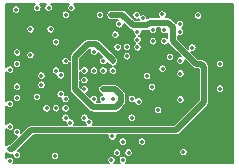
<source format=gbr>
G04 #@! TF.GenerationSoftware,KiCad,Pcbnew,(5.1.0)-1*
G04 #@! TF.CreationDate,2019-07-29T23:07:27-07:00*
G04 #@! TF.ProjectId,WireFreeV4_Release,57697265-4672-4656-9556-345f52656c65,rev?*
G04 #@! TF.SameCoordinates,Original*
G04 #@! TF.FileFunction,Copper,L5,Inr*
G04 #@! TF.FilePolarity,Positive*
%FSLAX46Y46*%
G04 Gerber Fmt 4.6, Leading zero omitted, Abs format (unit mm)*
G04 Created by KiCad (PCBNEW (5.1.0)-1) date 2019-07-29 23:07:27*
%MOMM*%
%LPD*%
G04 APERTURE LIST*
%ADD10C,0.355600*%
%ADD11C,0.508000*%
%ADD12C,0.127000*%
G04 APERTURE END LIST*
D10*
X139500000Y-85520000D03*
X133220000Y-84920000D03*
X130900980Y-97876440D03*
X139618720Y-88633300D03*
X139618720Y-89435940D03*
X139618720Y-90236040D03*
X138818620Y-90236040D03*
X138018520Y-90236040D03*
X137218420Y-89435940D03*
X137218420Y-90236040D03*
X137218420Y-91036140D03*
X138018520Y-91036140D03*
X138018520Y-92636340D03*
X136418320Y-92636340D03*
X136418320Y-91836240D03*
X138018520Y-91833700D03*
X133707460Y-85523800D03*
X138536000Y-85518720D03*
X131512960Y-88703529D03*
X134717439Y-97448819D03*
X132649860Y-86733200D03*
X148699220Y-91770620D03*
X148700000Y-89680000D03*
X143970000Y-86810000D03*
X143970000Y-87760000D03*
X143020000Y-87760000D03*
X141700000Y-88260000D03*
X141630000Y-85550000D03*
X142946120Y-91646580D03*
X145348960Y-92698840D03*
X146838960Y-85573840D03*
X137218420Y-91836240D03*
X145600000Y-97140000D03*
X139984601Y-97187940D03*
X141800000Y-92860000D03*
X140030000Y-88260000D03*
X138818620Y-89435940D03*
X143020000Y-86810000D03*
X139507080Y-97805160D03*
X130900820Y-89183580D03*
X131512960Y-97392860D03*
X130905900Y-96907720D03*
X147060000Y-89680000D03*
X147340000Y-92910000D03*
X139618720Y-91033600D03*
X133050000Y-97440000D03*
X131448039Y-86812839D03*
X148699220Y-93410620D03*
X143170000Y-85490000D03*
X148950000Y-97300000D03*
X146300000Y-92190000D03*
X143150000Y-89650000D03*
X131430000Y-85080000D03*
X142079000Y-96248220D03*
X140160000Y-86310000D03*
X143460000Y-93580000D03*
X145348957Y-90498843D03*
X140820000Y-88230000D03*
X134349860Y-86733200D03*
X132649860Y-88933200D03*
X139840000Y-87200000D03*
X140820000Y-89030000D03*
X138816760Y-92633800D03*
X138818900Y-91834720D03*
X139615500Y-91836240D03*
X139580000Y-95820000D03*
X140949800Y-97187940D03*
X140470000Y-96260000D03*
X140467200Y-97797540D03*
X145290000Y-86960000D03*
X146340000Y-88290000D03*
X141700000Y-86960000D03*
X145348960Y-89398840D03*
X141700000Y-87610000D03*
X145290000Y-86310000D03*
X136029700Y-94645480D03*
X137624820Y-94625160D03*
X131512960Y-95459922D03*
X134818900Y-87834720D03*
X130903360Y-94977322D03*
X135219440Y-92234180D03*
X130903360Y-93046924D03*
X135214360Y-90634820D03*
X134818900Y-93434720D03*
X131512960Y-92564325D03*
X131512960Y-91599126D03*
X133576054Y-90665300D03*
X130903360Y-90151327D03*
X135618900Y-94234720D03*
X133207750Y-92456000D03*
X137218900Y-94234720D03*
X131512960Y-89668728D03*
X133578600Y-91439966D03*
X135618900Y-89434720D03*
X134187524Y-84909120D03*
X134818900Y-90234720D03*
X135635322Y-85518720D03*
X138018900Y-88634720D03*
X136117922Y-84909120D03*
X135618900Y-92634720D03*
X142530000Y-90700000D03*
X141218900Y-94234720D03*
X143830002Y-90080000D03*
X135618900Y-93434720D03*
X144470000Y-89080000D03*
X134018900Y-93434720D03*
X143820000Y-85490000D03*
X141218900Y-92634720D03*
X139618900Y-92634720D03*
X142180000Y-85820000D03*
D11*
X147340000Y-89960000D02*
X147060000Y-89680000D01*
X147340000Y-92910000D02*
X147340000Y-89960000D01*
X139751447Y-85520000D02*
X139500000Y-85520000D01*
X140410000Y-85520000D02*
X139751447Y-85520000D01*
X141310000Y-86420000D02*
X140410000Y-85520000D01*
X146640000Y-89680000D02*
X144690000Y-87730000D01*
X147060000Y-89680000D02*
X146640000Y-89680000D01*
X144690000Y-87730000D02*
X144690000Y-86560000D01*
X144690000Y-86560000D02*
X144300000Y-86170000D01*
X142490000Y-86420000D02*
X141310000Y-86420000D01*
X144300000Y-86170000D02*
X142740000Y-86170000D01*
X142740000Y-86170000D02*
X142490000Y-86420000D01*
X147162201Y-93087799D02*
X147340000Y-92910000D01*
X144980000Y-95270000D02*
X147162201Y-93087799D01*
X132730000Y-95270000D02*
X144980000Y-95270000D01*
X130905900Y-96907720D02*
X131092280Y-96907720D01*
X131092280Y-96907720D02*
X132730000Y-95270000D01*
X136418320Y-91584793D02*
X136418320Y-91836240D01*
X136418320Y-89081680D02*
X136418320Y-91584793D01*
X137510000Y-87990000D02*
X136418320Y-89081680D01*
X138223578Y-87990000D02*
X137510000Y-87990000D01*
X139618720Y-89435940D02*
X139618720Y-89385142D01*
X139618720Y-89385142D02*
X138223578Y-87990000D01*
X139080529Y-91834720D02*
X138818900Y-91834720D01*
X136418320Y-91836240D02*
X137932080Y-93350000D01*
X139870000Y-93350000D02*
X140300000Y-92920000D01*
X140300000Y-92920000D02*
X140300000Y-92310000D01*
X140300000Y-92310000D02*
X139824720Y-91834720D01*
X137932080Y-93350000D02*
X139870000Y-93350000D01*
X139824720Y-91834720D02*
X139080529Y-91834720D01*
D12*
G36*
X132985222Y-84633923D02*
G01*
X132933923Y-84685222D01*
X132893617Y-84745545D01*
X132865854Y-84812571D01*
X132851700Y-84883726D01*
X132851700Y-84956274D01*
X132865854Y-85027429D01*
X132893617Y-85094455D01*
X132933923Y-85154778D01*
X132985222Y-85206077D01*
X133045545Y-85246383D01*
X133112571Y-85274146D01*
X133183726Y-85288300D01*
X133256274Y-85288300D01*
X133327429Y-85274146D01*
X133394455Y-85246383D01*
X133454778Y-85206077D01*
X133506077Y-85154778D01*
X133546383Y-85094455D01*
X133574146Y-85027429D01*
X133588300Y-84956274D01*
X133588300Y-84883726D01*
X133574146Y-84812571D01*
X133546383Y-84745545D01*
X133506077Y-84685222D01*
X133454778Y-84633923D01*
X133427206Y-84615500D01*
X133964035Y-84615500D01*
X133952746Y-84623043D01*
X133901447Y-84674342D01*
X133861141Y-84734665D01*
X133833378Y-84801691D01*
X133819224Y-84872846D01*
X133819224Y-84945394D01*
X133833378Y-85016549D01*
X133861141Y-85083575D01*
X133901447Y-85143898D01*
X133952746Y-85195197D01*
X134013069Y-85235503D01*
X134080095Y-85263266D01*
X134151250Y-85277420D01*
X134223798Y-85277420D01*
X134294953Y-85263266D01*
X134361979Y-85235503D01*
X134422302Y-85195197D01*
X134473601Y-85143898D01*
X134513907Y-85083575D01*
X134541670Y-85016549D01*
X134555824Y-84945394D01*
X134555824Y-84872846D01*
X134541670Y-84801691D01*
X134513907Y-84734665D01*
X134473601Y-84674342D01*
X134422302Y-84623043D01*
X134411013Y-84615500D01*
X135894433Y-84615500D01*
X135883144Y-84623043D01*
X135831845Y-84674342D01*
X135791539Y-84734665D01*
X135763776Y-84801691D01*
X135749622Y-84872846D01*
X135749622Y-84945394D01*
X135763776Y-85016549D01*
X135791539Y-85083575D01*
X135831845Y-85143898D01*
X135883144Y-85195197D01*
X135943467Y-85235503D01*
X136010493Y-85263266D01*
X136081648Y-85277420D01*
X136154196Y-85277420D01*
X136225351Y-85263266D01*
X136292377Y-85235503D01*
X136352700Y-85195197D01*
X136403999Y-85143898D01*
X136444305Y-85083575D01*
X136472068Y-85016549D01*
X136486222Y-84945394D01*
X136486222Y-84872846D01*
X136472068Y-84801691D01*
X136444305Y-84734665D01*
X136403999Y-84674342D01*
X136352700Y-84623043D01*
X136341411Y-84615500D01*
X149784656Y-84615500D01*
X149794345Y-98084500D01*
X140700656Y-98084500D01*
X140701978Y-98083617D01*
X140753277Y-98032318D01*
X140793583Y-97971995D01*
X140821346Y-97904969D01*
X140835500Y-97833814D01*
X140835500Y-97761266D01*
X140821346Y-97690111D01*
X140793583Y-97623085D01*
X140753277Y-97562762D01*
X140701978Y-97511463D01*
X140641655Y-97471157D01*
X140574629Y-97443394D01*
X140503474Y-97429240D01*
X140430926Y-97429240D01*
X140359771Y-97443394D01*
X140292745Y-97471157D01*
X140232422Y-97511463D01*
X140181123Y-97562762D01*
X140140817Y-97623085D01*
X140113054Y-97690111D01*
X140098900Y-97761266D01*
X140098900Y-97833814D01*
X140113054Y-97904969D01*
X140140817Y-97971995D01*
X140181123Y-98032318D01*
X140232422Y-98083617D01*
X140233744Y-98084500D01*
X139748595Y-98084500D01*
X139793157Y-98039938D01*
X139833463Y-97979615D01*
X139861226Y-97912589D01*
X139875380Y-97841434D01*
X139875380Y-97768886D01*
X139861226Y-97697731D01*
X139833463Y-97630705D01*
X139793157Y-97570382D01*
X139741858Y-97519083D01*
X139681535Y-97478777D01*
X139614509Y-97451014D01*
X139543354Y-97436860D01*
X139470806Y-97436860D01*
X139399651Y-97451014D01*
X139332625Y-97478777D01*
X139272302Y-97519083D01*
X139221003Y-97570382D01*
X139180697Y-97630705D01*
X139152934Y-97697731D01*
X139138780Y-97768886D01*
X139138780Y-97841434D01*
X139152934Y-97912589D01*
X139180697Y-97979615D01*
X139221003Y-98039938D01*
X139265565Y-98084500D01*
X131204909Y-98084500D01*
X131227363Y-98050895D01*
X131255126Y-97983869D01*
X131269280Y-97912714D01*
X131269280Y-97840166D01*
X131255126Y-97769011D01*
X131227363Y-97701985D01*
X131187057Y-97641662D01*
X131135758Y-97590363D01*
X131075435Y-97550057D01*
X131008409Y-97522294D01*
X130937254Y-97508140D01*
X130864706Y-97508140D01*
X130793551Y-97522294D01*
X130726525Y-97550057D01*
X130666202Y-97590363D01*
X130615500Y-97641065D01*
X130615500Y-97244418D01*
X130657755Y-97279096D01*
X130734974Y-97320371D01*
X130818763Y-97345788D01*
X130884070Y-97352220D01*
X131070460Y-97352220D01*
X131092280Y-97354369D01*
X131114100Y-97352220D01*
X131114110Y-97352220D01*
X131146156Y-97349064D01*
X131144660Y-97356586D01*
X131144660Y-97429134D01*
X131158814Y-97500289D01*
X131186577Y-97567315D01*
X131226883Y-97627638D01*
X131278182Y-97678937D01*
X131338505Y-97719243D01*
X131405531Y-97747006D01*
X131476686Y-97761160D01*
X131549234Y-97761160D01*
X131620389Y-97747006D01*
X131687415Y-97719243D01*
X131747738Y-97678937D01*
X131799037Y-97627638D01*
X131839343Y-97567315D01*
X131867106Y-97500289D01*
X131881260Y-97429134D01*
X131881260Y-97412545D01*
X134349139Y-97412545D01*
X134349139Y-97485093D01*
X134363293Y-97556248D01*
X134391056Y-97623274D01*
X134431362Y-97683597D01*
X134482661Y-97734896D01*
X134542984Y-97775202D01*
X134610010Y-97802965D01*
X134681165Y-97817119D01*
X134753713Y-97817119D01*
X134824868Y-97802965D01*
X134891894Y-97775202D01*
X134952217Y-97734896D01*
X135003516Y-97683597D01*
X135043822Y-97623274D01*
X135071585Y-97556248D01*
X135085739Y-97485093D01*
X135085739Y-97412545D01*
X135071585Y-97341390D01*
X135043822Y-97274364D01*
X135003516Y-97214041D01*
X134952217Y-97162742D01*
X134935641Y-97151666D01*
X139616301Y-97151666D01*
X139616301Y-97224214D01*
X139630455Y-97295369D01*
X139658218Y-97362395D01*
X139698524Y-97422718D01*
X139749823Y-97474017D01*
X139810146Y-97514323D01*
X139877172Y-97542086D01*
X139948327Y-97556240D01*
X140020875Y-97556240D01*
X140092030Y-97542086D01*
X140159056Y-97514323D01*
X140219379Y-97474017D01*
X140270678Y-97422718D01*
X140310984Y-97362395D01*
X140338747Y-97295369D01*
X140352901Y-97224214D01*
X140352901Y-97151666D01*
X140581500Y-97151666D01*
X140581500Y-97224214D01*
X140595654Y-97295369D01*
X140623417Y-97362395D01*
X140663723Y-97422718D01*
X140715022Y-97474017D01*
X140775345Y-97514323D01*
X140842371Y-97542086D01*
X140913526Y-97556240D01*
X140986074Y-97556240D01*
X141057229Y-97542086D01*
X141124255Y-97514323D01*
X141184578Y-97474017D01*
X141235877Y-97422718D01*
X141276183Y-97362395D01*
X141303946Y-97295369D01*
X141318100Y-97224214D01*
X141318100Y-97151666D01*
X141308564Y-97103726D01*
X145231700Y-97103726D01*
X145231700Y-97176274D01*
X145245854Y-97247429D01*
X145273617Y-97314455D01*
X145313923Y-97374778D01*
X145365222Y-97426077D01*
X145425545Y-97466383D01*
X145492571Y-97494146D01*
X145563726Y-97508300D01*
X145636274Y-97508300D01*
X145707429Y-97494146D01*
X145774455Y-97466383D01*
X145834778Y-97426077D01*
X145886077Y-97374778D01*
X145926383Y-97314455D01*
X145954146Y-97247429D01*
X145968300Y-97176274D01*
X145968300Y-97103726D01*
X145954146Y-97032571D01*
X145926383Y-96965545D01*
X145886077Y-96905222D01*
X145834778Y-96853923D01*
X145774455Y-96813617D01*
X145707429Y-96785854D01*
X145636274Y-96771700D01*
X145563726Y-96771700D01*
X145492571Y-96785854D01*
X145425545Y-96813617D01*
X145365222Y-96853923D01*
X145313923Y-96905222D01*
X145273617Y-96965545D01*
X145245854Y-97032571D01*
X145231700Y-97103726D01*
X141308564Y-97103726D01*
X141303946Y-97080511D01*
X141276183Y-97013485D01*
X141235877Y-96953162D01*
X141184578Y-96901863D01*
X141124255Y-96861557D01*
X141057229Y-96833794D01*
X140986074Y-96819640D01*
X140913526Y-96819640D01*
X140842371Y-96833794D01*
X140775345Y-96861557D01*
X140715022Y-96901863D01*
X140663723Y-96953162D01*
X140623417Y-97013485D01*
X140595654Y-97080511D01*
X140581500Y-97151666D01*
X140352901Y-97151666D01*
X140338747Y-97080511D01*
X140310984Y-97013485D01*
X140270678Y-96953162D01*
X140219379Y-96901863D01*
X140159056Y-96861557D01*
X140092030Y-96833794D01*
X140020875Y-96819640D01*
X139948327Y-96819640D01*
X139877172Y-96833794D01*
X139810146Y-96861557D01*
X139749823Y-96901863D01*
X139698524Y-96953162D01*
X139658218Y-97013485D01*
X139630455Y-97080511D01*
X139616301Y-97151666D01*
X134935641Y-97151666D01*
X134891894Y-97122436D01*
X134824868Y-97094673D01*
X134753713Y-97080519D01*
X134681165Y-97080519D01*
X134610010Y-97094673D01*
X134542984Y-97122436D01*
X134482661Y-97162742D01*
X134431362Y-97214041D01*
X134391056Y-97274364D01*
X134363293Y-97341390D01*
X134349139Y-97412545D01*
X131881260Y-97412545D01*
X131881260Y-97356586D01*
X131867106Y-97285431D01*
X131839343Y-97218405D01*
X131799037Y-97158082D01*
X131747738Y-97106783D01*
X131687415Y-97066477D01*
X131620389Y-97038714D01*
X131594961Y-97033656D01*
X132404891Y-96223726D01*
X140101700Y-96223726D01*
X140101700Y-96296274D01*
X140115854Y-96367429D01*
X140143617Y-96434455D01*
X140183923Y-96494778D01*
X140235222Y-96546077D01*
X140295545Y-96586383D01*
X140362571Y-96614146D01*
X140433726Y-96628300D01*
X140506274Y-96628300D01*
X140577429Y-96614146D01*
X140644455Y-96586383D01*
X140704778Y-96546077D01*
X140756077Y-96494778D01*
X140796383Y-96434455D01*
X140824146Y-96367429D01*
X140838300Y-96296274D01*
X140838300Y-96223726D01*
X140835957Y-96211946D01*
X141710700Y-96211946D01*
X141710700Y-96284494D01*
X141724854Y-96355649D01*
X141752617Y-96422675D01*
X141792923Y-96482998D01*
X141844222Y-96534297D01*
X141904545Y-96574603D01*
X141971571Y-96602366D01*
X142042726Y-96616520D01*
X142115274Y-96616520D01*
X142186429Y-96602366D01*
X142253455Y-96574603D01*
X142313778Y-96534297D01*
X142365077Y-96482998D01*
X142405383Y-96422675D01*
X142433146Y-96355649D01*
X142447300Y-96284494D01*
X142447300Y-96211946D01*
X142433146Y-96140791D01*
X142405383Y-96073765D01*
X142365077Y-96013442D01*
X142313778Y-95962143D01*
X142253455Y-95921837D01*
X142186429Y-95894074D01*
X142115274Y-95879920D01*
X142042726Y-95879920D01*
X141971571Y-95894074D01*
X141904545Y-95921837D01*
X141844222Y-95962143D01*
X141792923Y-96013442D01*
X141752617Y-96073765D01*
X141724854Y-96140791D01*
X141710700Y-96211946D01*
X140835957Y-96211946D01*
X140824146Y-96152571D01*
X140796383Y-96085545D01*
X140756077Y-96025222D01*
X140704778Y-95973923D01*
X140644455Y-95933617D01*
X140577429Y-95905854D01*
X140506274Y-95891700D01*
X140433726Y-95891700D01*
X140362571Y-95905854D01*
X140295545Y-95933617D01*
X140235222Y-95973923D01*
X140183923Y-96025222D01*
X140143617Y-96085545D01*
X140115854Y-96152571D01*
X140101700Y-96223726D01*
X132404891Y-96223726D01*
X132914118Y-95714500D01*
X139225470Y-95714500D01*
X139211700Y-95783726D01*
X139211700Y-95856274D01*
X139225854Y-95927429D01*
X139253617Y-95994455D01*
X139293923Y-96054778D01*
X139345222Y-96106077D01*
X139405545Y-96146383D01*
X139472571Y-96174146D01*
X139543726Y-96188300D01*
X139616274Y-96188300D01*
X139687429Y-96174146D01*
X139754455Y-96146383D01*
X139814778Y-96106077D01*
X139866077Y-96054778D01*
X139906383Y-95994455D01*
X139934146Y-95927429D01*
X139948300Y-95856274D01*
X139948300Y-95783726D01*
X139934530Y-95714500D01*
X144958180Y-95714500D01*
X144980000Y-95716649D01*
X145001820Y-95714500D01*
X145001830Y-95714500D01*
X145067137Y-95708068D01*
X145150926Y-95682651D01*
X145228145Y-95641376D01*
X145295829Y-95585829D01*
X145309747Y-95568870D01*
X147638872Y-93239745D01*
X147655829Y-93225829D01*
X147711376Y-93158145D01*
X147752651Y-93080926D01*
X147778068Y-92997137D01*
X147784500Y-92931830D01*
X147784500Y-92931820D01*
X147786649Y-92910000D01*
X147784500Y-92888180D01*
X147784500Y-91734346D01*
X148330920Y-91734346D01*
X148330920Y-91806894D01*
X148345074Y-91878049D01*
X148372837Y-91945075D01*
X148413143Y-92005398D01*
X148464442Y-92056697D01*
X148524765Y-92097003D01*
X148591791Y-92124766D01*
X148662946Y-92138920D01*
X148735494Y-92138920D01*
X148806649Y-92124766D01*
X148873675Y-92097003D01*
X148933998Y-92056697D01*
X148985297Y-92005398D01*
X149025603Y-91945075D01*
X149053366Y-91878049D01*
X149067520Y-91806894D01*
X149067520Y-91734346D01*
X149053366Y-91663191D01*
X149025603Y-91596165D01*
X148985297Y-91535842D01*
X148933998Y-91484543D01*
X148873675Y-91444237D01*
X148806649Y-91416474D01*
X148735494Y-91402320D01*
X148662946Y-91402320D01*
X148591791Y-91416474D01*
X148524765Y-91444237D01*
X148464442Y-91484543D01*
X148413143Y-91535842D01*
X148372837Y-91596165D01*
X148345074Y-91663191D01*
X148330920Y-91734346D01*
X147784500Y-91734346D01*
X147784500Y-89981820D01*
X147786649Y-89960000D01*
X147784500Y-89938180D01*
X147784500Y-89938170D01*
X147778068Y-89872863D01*
X147752651Y-89789074D01*
X147733699Y-89753617D01*
X147711376Y-89711854D01*
X147669745Y-89661128D01*
X147655829Y-89644171D01*
X147655287Y-89643726D01*
X148331700Y-89643726D01*
X148331700Y-89716274D01*
X148345854Y-89787429D01*
X148373617Y-89854455D01*
X148413923Y-89914778D01*
X148465222Y-89966077D01*
X148525545Y-90006383D01*
X148592571Y-90034146D01*
X148663726Y-90048300D01*
X148736274Y-90048300D01*
X148807429Y-90034146D01*
X148874455Y-90006383D01*
X148934778Y-89966077D01*
X148986077Y-89914778D01*
X149026383Y-89854455D01*
X149054146Y-89787429D01*
X149068300Y-89716274D01*
X149068300Y-89643726D01*
X149054146Y-89572571D01*
X149026383Y-89505545D01*
X148986077Y-89445222D01*
X148934778Y-89393923D01*
X148874455Y-89353617D01*
X148807429Y-89325854D01*
X148736274Y-89311700D01*
X148663726Y-89311700D01*
X148592571Y-89325854D01*
X148525545Y-89353617D01*
X148465222Y-89393923D01*
X148413923Y-89445222D01*
X148373617Y-89505545D01*
X148345854Y-89572571D01*
X148331700Y-89643726D01*
X147655287Y-89643726D01*
X147638870Y-89630253D01*
X147389747Y-89381130D01*
X147375829Y-89364171D01*
X147308145Y-89308624D01*
X147230926Y-89267349D01*
X147147137Y-89241932D01*
X147081830Y-89235500D01*
X147081820Y-89235500D01*
X147060000Y-89233351D01*
X147038180Y-89235500D01*
X146824118Y-89235500D01*
X146232811Y-88644194D01*
X146303726Y-88658300D01*
X146376274Y-88658300D01*
X146447429Y-88644146D01*
X146514455Y-88616383D01*
X146574778Y-88576077D01*
X146626077Y-88524778D01*
X146666383Y-88464455D01*
X146694146Y-88397429D01*
X146708300Y-88326274D01*
X146708300Y-88253726D01*
X146694146Y-88182571D01*
X146666383Y-88115545D01*
X146626077Y-88055222D01*
X146574778Y-88003923D01*
X146514455Y-87963617D01*
X146447429Y-87935854D01*
X146376274Y-87921700D01*
X146303726Y-87921700D01*
X146232571Y-87935854D01*
X146165545Y-87963617D01*
X146105222Y-88003923D01*
X146053923Y-88055222D01*
X146013617Y-88115545D01*
X145985854Y-88182571D01*
X145971700Y-88253726D01*
X145971700Y-88326274D01*
X145985806Y-88397189D01*
X145134500Y-87545883D01*
X145134500Y-87294234D01*
X145182571Y-87314146D01*
X145253726Y-87328300D01*
X145326274Y-87328300D01*
X145397429Y-87314146D01*
X145464455Y-87286383D01*
X145524778Y-87246077D01*
X145576077Y-87194778D01*
X145616383Y-87134455D01*
X145644146Y-87067429D01*
X145658300Y-86996274D01*
X145658300Y-86923726D01*
X145644146Y-86852571D01*
X145616383Y-86785545D01*
X145576077Y-86725222D01*
X145524778Y-86673923D01*
X145466525Y-86635000D01*
X145524778Y-86596077D01*
X145576077Y-86544778D01*
X145616383Y-86484455D01*
X145644146Y-86417429D01*
X145658300Y-86346274D01*
X145658300Y-86273726D01*
X145644146Y-86202571D01*
X145616383Y-86135545D01*
X145576077Y-86075222D01*
X145524778Y-86023923D01*
X145464455Y-85983617D01*
X145397429Y-85955854D01*
X145326274Y-85941700D01*
X145253726Y-85941700D01*
X145182571Y-85955854D01*
X145115545Y-85983617D01*
X145055222Y-86023923D01*
X145003923Y-86075222D01*
X144963617Y-86135545D01*
X144943274Y-86184657D01*
X144629746Y-85871129D01*
X144615829Y-85854171D01*
X144548145Y-85798624D01*
X144470926Y-85757349D01*
X144387137Y-85731932D01*
X144321830Y-85725500D01*
X144321820Y-85725500D01*
X144300000Y-85723351D01*
X144278180Y-85725500D01*
X144105355Y-85725500D01*
X144106077Y-85724778D01*
X144146383Y-85664455D01*
X144174146Y-85597429D01*
X144186053Y-85537566D01*
X146470660Y-85537566D01*
X146470660Y-85610114D01*
X146484814Y-85681269D01*
X146512577Y-85748295D01*
X146552883Y-85808618D01*
X146604182Y-85859917D01*
X146664505Y-85900223D01*
X146731531Y-85927986D01*
X146802686Y-85942140D01*
X146875234Y-85942140D01*
X146946389Y-85927986D01*
X147013415Y-85900223D01*
X147073738Y-85859917D01*
X147125037Y-85808618D01*
X147165343Y-85748295D01*
X147193106Y-85681269D01*
X147207260Y-85610114D01*
X147207260Y-85537566D01*
X147193106Y-85466411D01*
X147165343Y-85399385D01*
X147125037Y-85339062D01*
X147073738Y-85287763D01*
X147013415Y-85247457D01*
X146946389Y-85219694D01*
X146875234Y-85205540D01*
X146802686Y-85205540D01*
X146731531Y-85219694D01*
X146664505Y-85247457D01*
X146604182Y-85287763D01*
X146552883Y-85339062D01*
X146512577Y-85399385D01*
X146484814Y-85466411D01*
X146470660Y-85537566D01*
X144186053Y-85537566D01*
X144188300Y-85526274D01*
X144188300Y-85453726D01*
X144174146Y-85382571D01*
X144146383Y-85315545D01*
X144106077Y-85255222D01*
X144054778Y-85203923D01*
X143994455Y-85163617D01*
X143927429Y-85135854D01*
X143856274Y-85121700D01*
X143783726Y-85121700D01*
X143712571Y-85135854D01*
X143645545Y-85163617D01*
X143585222Y-85203923D01*
X143533923Y-85255222D01*
X143493617Y-85315545D01*
X143465854Y-85382571D01*
X143451700Y-85453726D01*
X143451700Y-85526274D01*
X143465854Y-85597429D01*
X143493617Y-85664455D01*
X143533923Y-85724778D01*
X143534645Y-85725500D01*
X142761819Y-85725500D01*
X142739999Y-85723351D01*
X142718179Y-85725500D01*
X142718170Y-85725500D01*
X142652863Y-85731932D01*
X142569074Y-85757349D01*
X142545554Y-85769921D01*
X142534146Y-85712571D01*
X142506383Y-85645545D01*
X142466077Y-85585222D01*
X142414778Y-85533923D01*
X142354455Y-85493617D01*
X142287429Y-85465854D01*
X142216274Y-85451700D01*
X142143726Y-85451700D01*
X142072571Y-85465854D01*
X142005545Y-85493617D01*
X141995619Y-85500249D01*
X141984146Y-85442571D01*
X141956383Y-85375545D01*
X141916077Y-85315222D01*
X141864778Y-85263923D01*
X141804455Y-85223617D01*
X141737429Y-85195854D01*
X141666274Y-85181700D01*
X141593726Y-85181700D01*
X141522571Y-85195854D01*
X141455545Y-85223617D01*
X141395222Y-85263923D01*
X141343923Y-85315222D01*
X141303617Y-85375545D01*
X141275854Y-85442571D01*
X141261700Y-85513726D01*
X141261700Y-85586274D01*
X141275854Y-85657429D01*
X141303617Y-85724455D01*
X141343923Y-85784778D01*
X141395222Y-85836077D01*
X141455545Y-85876383D01*
X141522571Y-85904146D01*
X141593726Y-85918300D01*
X141666274Y-85918300D01*
X141737429Y-85904146D01*
X141804455Y-85876383D01*
X141814381Y-85869751D01*
X141825854Y-85927429D01*
X141845766Y-85975500D01*
X141494117Y-85975500D01*
X140739747Y-85221130D01*
X140725829Y-85204171D01*
X140658145Y-85148624D01*
X140580926Y-85107349D01*
X140497137Y-85081932D01*
X140431830Y-85075500D01*
X140431820Y-85075500D01*
X140410000Y-85073351D01*
X140388180Y-85075500D01*
X139478170Y-85075500D01*
X139412863Y-85081932D01*
X139329074Y-85107349D01*
X139251855Y-85148624D01*
X139184171Y-85204171D01*
X139128624Y-85271855D01*
X139087349Y-85349074D01*
X139061932Y-85432863D01*
X139053350Y-85520000D01*
X139061932Y-85607137D01*
X139087349Y-85690926D01*
X139128624Y-85768145D01*
X139184171Y-85835829D01*
X139251855Y-85891376D01*
X139329074Y-85932651D01*
X139412863Y-85958068D01*
X139478170Y-85964500D01*
X140031698Y-85964500D01*
X139985545Y-85983617D01*
X139925222Y-86023923D01*
X139873923Y-86075222D01*
X139833617Y-86135545D01*
X139805854Y-86202571D01*
X139791700Y-86273726D01*
X139791700Y-86346274D01*
X139805854Y-86417429D01*
X139833617Y-86484455D01*
X139873923Y-86544778D01*
X139925222Y-86596077D01*
X139985545Y-86636383D01*
X140052571Y-86664146D01*
X140123726Y-86678300D01*
X140196274Y-86678300D01*
X140267429Y-86664146D01*
X140334455Y-86636383D01*
X140394778Y-86596077D01*
X140446077Y-86544778D01*
X140486383Y-86484455D01*
X140514146Y-86417429D01*
X140528300Y-86346274D01*
X140528300Y-86273726D01*
X140526609Y-86265226D01*
X140980253Y-86718870D01*
X140994171Y-86735829D01*
X141061855Y-86791376D01*
X141139074Y-86832651D01*
X141222863Y-86858068D01*
X141288170Y-86864500D01*
X141288179Y-86864500D01*
X141309999Y-86866649D01*
X141331819Y-86864500D01*
X141343481Y-86864500D01*
X141331700Y-86923726D01*
X141331700Y-86996274D01*
X141345854Y-87067429D01*
X141373617Y-87134455D01*
X141413923Y-87194778D01*
X141465222Y-87246077D01*
X141523475Y-87285000D01*
X141465222Y-87323923D01*
X141413923Y-87375222D01*
X141373617Y-87435545D01*
X141345854Y-87502571D01*
X141331700Y-87573726D01*
X141331700Y-87646274D01*
X141345854Y-87717429D01*
X141373617Y-87784455D01*
X141413923Y-87844778D01*
X141465222Y-87896077D01*
X141523475Y-87935000D01*
X141465222Y-87973923D01*
X141413923Y-88025222D01*
X141373617Y-88085545D01*
X141345854Y-88152571D01*
X141331700Y-88223726D01*
X141331700Y-88296274D01*
X141345854Y-88367429D01*
X141373617Y-88434455D01*
X141413923Y-88494778D01*
X141465222Y-88546077D01*
X141525545Y-88586383D01*
X141592571Y-88614146D01*
X141663726Y-88628300D01*
X141736274Y-88628300D01*
X141807429Y-88614146D01*
X141874455Y-88586383D01*
X141934778Y-88546077D01*
X141986077Y-88494778D01*
X142026383Y-88434455D01*
X142054146Y-88367429D01*
X142068300Y-88296274D01*
X142068300Y-88223726D01*
X142054146Y-88152571D01*
X142026383Y-88085545D01*
X141986077Y-88025222D01*
X141934778Y-87973923D01*
X141876525Y-87935000D01*
X141934778Y-87896077D01*
X141986077Y-87844778D01*
X142026383Y-87784455D01*
X142051537Y-87723726D01*
X142651700Y-87723726D01*
X142651700Y-87796274D01*
X142665854Y-87867429D01*
X142693617Y-87934455D01*
X142733923Y-87994778D01*
X142785222Y-88046077D01*
X142845545Y-88086383D01*
X142912571Y-88114146D01*
X142983726Y-88128300D01*
X143056274Y-88128300D01*
X143127429Y-88114146D01*
X143194455Y-88086383D01*
X143254778Y-88046077D01*
X143306077Y-87994778D01*
X143346383Y-87934455D01*
X143374146Y-87867429D01*
X143388300Y-87796274D01*
X143388300Y-87723726D01*
X143374146Y-87652571D01*
X143346383Y-87585545D01*
X143306077Y-87525222D01*
X143254778Y-87473923D01*
X143194455Y-87433617D01*
X143127429Y-87405854D01*
X143056274Y-87391700D01*
X142983726Y-87391700D01*
X142912571Y-87405854D01*
X142845545Y-87433617D01*
X142785222Y-87473923D01*
X142733923Y-87525222D01*
X142693617Y-87585545D01*
X142665854Y-87652571D01*
X142651700Y-87723726D01*
X142051537Y-87723726D01*
X142054146Y-87717429D01*
X142068300Y-87646274D01*
X142068300Y-87573726D01*
X142054146Y-87502571D01*
X142026383Y-87435545D01*
X141986077Y-87375222D01*
X141934778Y-87323923D01*
X141876525Y-87285000D01*
X141934778Y-87246077D01*
X141986077Y-87194778D01*
X142026383Y-87134455D01*
X142054146Y-87067429D01*
X142068300Y-86996274D01*
X142068300Y-86923726D01*
X142056519Y-86864500D01*
X142468180Y-86864500D01*
X142490000Y-86866649D01*
X142511820Y-86864500D01*
X142511830Y-86864500D01*
X142577137Y-86858068D01*
X142651700Y-86835450D01*
X142651700Y-86846274D01*
X142665854Y-86917429D01*
X142693617Y-86984455D01*
X142733923Y-87044778D01*
X142785222Y-87096077D01*
X142845545Y-87136383D01*
X142912571Y-87164146D01*
X142983726Y-87178300D01*
X143056274Y-87178300D01*
X143127429Y-87164146D01*
X143194455Y-87136383D01*
X143254778Y-87096077D01*
X143306077Y-87044778D01*
X143346383Y-86984455D01*
X143374146Y-86917429D01*
X143388300Y-86846274D01*
X143388300Y-86773726D01*
X143374146Y-86702571D01*
X143346383Y-86635545D01*
X143332321Y-86614500D01*
X143657679Y-86614500D01*
X143643617Y-86635545D01*
X143615854Y-86702571D01*
X143601700Y-86773726D01*
X143601700Y-86846274D01*
X143615854Y-86917429D01*
X143643617Y-86984455D01*
X143683923Y-87044778D01*
X143735222Y-87096077D01*
X143795545Y-87136383D01*
X143862571Y-87164146D01*
X143933726Y-87178300D01*
X144006274Y-87178300D01*
X144077429Y-87164146D01*
X144144455Y-87136383D01*
X144204778Y-87096077D01*
X144245501Y-87055354D01*
X144245500Y-87514645D01*
X144204778Y-87473923D01*
X144144455Y-87433617D01*
X144077429Y-87405854D01*
X144006274Y-87391700D01*
X143933726Y-87391700D01*
X143862571Y-87405854D01*
X143795545Y-87433617D01*
X143735222Y-87473923D01*
X143683923Y-87525222D01*
X143643617Y-87585545D01*
X143615854Y-87652571D01*
X143601700Y-87723726D01*
X143601700Y-87796274D01*
X143615854Y-87867429D01*
X143643617Y-87934455D01*
X143683923Y-87994778D01*
X143735222Y-88046077D01*
X143795545Y-88086383D01*
X143862571Y-88114146D01*
X143933726Y-88128300D01*
X144006274Y-88128300D01*
X144077429Y-88114146D01*
X144144455Y-88086383D01*
X144204778Y-88046077D01*
X144256077Y-87994778D01*
X144295765Y-87935379D01*
X144318624Y-87978145D01*
X144332639Y-87995222D01*
X144374171Y-88045829D01*
X144391130Y-88059747D01*
X145361922Y-89030540D01*
X145312686Y-89030540D01*
X145241531Y-89044694D01*
X145174505Y-89072457D01*
X145114182Y-89112763D01*
X145062883Y-89164062D01*
X145022577Y-89224385D01*
X144994814Y-89291411D01*
X144980660Y-89362566D01*
X144980660Y-89435114D01*
X144994814Y-89506269D01*
X145022577Y-89573295D01*
X145062883Y-89633618D01*
X145114182Y-89684917D01*
X145174505Y-89725223D01*
X145241531Y-89752986D01*
X145312686Y-89767140D01*
X145385234Y-89767140D01*
X145456389Y-89752986D01*
X145523415Y-89725223D01*
X145583738Y-89684917D01*
X145635037Y-89633618D01*
X145675343Y-89573295D01*
X145703106Y-89506269D01*
X145717260Y-89435114D01*
X145717260Y-89385878D01*
X146310258Y-89978876D01*
X146324171Y-89995829D01*
X146341124Y-90009742D01*
X146341126Y-90009744D01*
X146391853Y-90051375D01*
X146391855Y-90051376D01*
X146469074Y-90092651D01*
X146552863Y-90118068D01*
X146618170Y-90124500D01*
X146618179Y-90124500D01*
X146639999Y-90126649D01*
X146661819Y-90124500D01*
X146875883Y-90124500D01*
X146895501Y-90144118D01*
X146895500Y-92725883D01*
X144795883Y-94825500D01*
X137933907Y-94825500D01*
X137951203Y-94799615D01*
X137978966Y-94732589D01*
X137993120Y-94661434D01*
X137993120Y-94588886D01*
X137978966Y-94517731D01*
X137951203Y-94450705D01*
X137910897Y-94390382D01*
X137859598Y-94339083D01*
X137799275Y-94298777D01*
X137732249Y-94271014D01*
X137661094Y-94256860D01*
X137588546Y-94256860D01*
X137587200Y-94257128D01*
X137587200Y-94198446D01*
X140850600Y-94198446D01*
X140850600Y-94270994D01*
X140864754Y-94342149D01*
X140892517Y-94409175D01*
X140932823Y-94469498D01*
X140984122Y-94520797D01*
X141044445Y-94561103D01*
X141111471Y-94588866D01*
X141182626Y-94603020D01*
X141255174Y-94603020D01*
X141326329Y-94588866D01*
X141393355Y-94561103D01*
X141453678Y-94520797D01*
X141504977Y-94469498D01*
X141545283Y-94409175D01*
X141573046Y-94342149D01*
X141587200Y-94270994D01*
X141587200Y-94198446D01*
X141573046Y-94127291D01*
X141545283Y-94060265D01*
X141504977Y-93999942D01*
X141453678Y-93948643D01*
X141393355Y-93908337D01*
X141326329Y-93880574D01*
X141255174Y-93866420D01*
X141182626Y-93866420D01*
X141111471Y-93880574D01*
X141044445Y-93908337D01*
X140984122Y-93948643D01*
X140932823Y-93999942D01*
X140892517Y-94060265D01*
X140864754Y-94127291D01*
X140850600Y-94198446D01*
X137587200Y-94198446D01*
X137573046Y-94127291D01*
X137545283Y-94060265D01*
X137504977Y-93999942D01*
X137453678Y-93948643D01*
X137393355Y-93908337D01*
X137326329Y-93880574D01*
X137255174Y-93866420D01*
X137182626Y-93866420D01*
X137111471Y-93880574D01*
X137044445Y-93908337D01*
X136984122Y-93948643D01*
X136932823Y-93999942D01*
X136892517Y-94060265D01*
X136864754Y-94127291D01*
X136850600Y-94198446D01*
X136850600Y-94270994D01*
X136864754Y-94342149D01*
X136892517Y-94409175D01*
X136932823Y-94469498D01*
X136984122Y-94520797D01*
X137044445Y-94561103D01*
X137111471Y-94588866D01*
X137182626Y-94603020D01*
X137255174Y-94603020D01*
X137256520Y-94602752D01*
X137256520Y-94661434D01*
X137270674Y-94732589D01*
X137298437Y-94799615D01*
X137315733Y-94825500D01*
X136352365Y-94825500D01*
X136356083Y-94819935D01*
X136383846Y-94752909D01*
X136398000Y-94681754D01*
X136398000Y-94609206D01*
X136383846Y-94538051D01*
X136356083Y-94471025D01*
X136315777Y-94410702D01*
X136264478Y-94359403D01*
X136204155Y-94319097D01*
X136137129Y-94291334D01*
X136065974Y-94277180D01*
X135993426Y-94277180D01*
X135985662Y-94278724D01*
X135987200Y-94270994D01*
X135987200Y-94198446D01*
X135973046Y-94127291D01*
X135945283Y-94060265D01*
X135904977Y-93999942D01*
X135853678Y-93948643D01*
X135793355Y-93908337D01*
X135726329Y-93880574D01*
X135655174Y-93866420D01*
X135582626Y-93866420D01*
X135511471Y-93880574D01*
X135444445Y-93908337D01*
X135384122Y-93948643D01*
X135332823Y-93999942D01*
X135292517Y-94060265D01*
X135264754Y-94127291D01*
X135250600Y-94198446D01*
X135250600Y-94270994D01*
X135264754Y-94342149D01*
X135292517Y-94409175D01*
X135332823Y-94469498D01*
X135384122Y-94520797D01*
X135444445Y-94561103D01*
X135511471Y-94588866D01*
X135582626Y-94603020D01*
X135655174Y-94603020D01*
X135662938Y-94601476D01*
X135661400Y-94609206D01*
X135661400Y-94681754D01*
X135675554Y-94752909D01*
X135703317Y-94819935D01*
X135707035Y-94825500D01*
X132751820Y-94825500D01*
X132730000Y-94823351D01*
X132708180Y-94825500D01*
X132708170Y-94825500D01*
X132642863Y-94831932D01*
X132559074Y-94857349D01*
X132481854Y-94898624D01*
X132431127Y-94940255D01*
X132431124Y-94940258D01*
X132414171Y-94954171D01*
X132400258Y-94971124D01*
X131881260Y-95490122D01*
X131881260Y-95423648D01*
X131867106Y-95352493D01*
X131839343Y-95285467D01*
X131799037Y-95225144D01*
X131747738Y-95173845D01*
X131687415Y-95133539D01*
X131620389Y-95105776D01*
X131549234Y-95091622D01*
X131476686Y-95091622D01*
X131405531Y-95105776D01*
X131338505Y-95133539D01*
X131278182Y-95173845D01*
X131226883Y-95225144D01*
X131186577Y-95285467D01*
X131158814Y-95352493D01*
X131144660Y-95423648D01*
X131144660Y-95496196D01*
X131158814Y-95567351D01*
X131186577Y-95634377D01*
X131226883Y-95694700D01*
X131278182Y-95745999D01*
X131338505Y-95786305D01*
X131405531Y-95814068D01*
X131476686Y-95828222D01*
X131543161Y-95828222D01*
X130908163Y-96463220D01*
X130884070Y-96463220D01*
X130818763Y-96469652D01*
X130734974Y-96495069D01*
X130657755Y-96536344D01*
X130615500Y-96571022D01*
X130615500Y-95209432D01*
X130617283Y-95212100D01*
X130668582Y-95263399D01*
X130728905Y-95303705D01*
X130795931Y-95331468D01*
X130867086Y-95345622D01*
X130939634Y-95345622D01*
X131010789Y-95331468D01*
X131077815Y-95303705D01*
X131138138Y-95263399D01*
X131189437Y-95212100D01*
X131229743Y-95151777D01*
X131257506Y-95084751D01*
X131271660Y-95013596D01*
X131271660Y-94941048D01*
X131257506Y-94869893D01*
X131229743Y-94802867D01*
X131189437Y-94742544D01*
X131138138Y-94691245D01*
X131077815Y-94650939D01*
X131010789Y-94623176D01*
X130939634Y-94609022D01*
X130867086Y-94609022D01*
X130795931Y-94623176D01*
X130728905Y-94650939D01*
X130668582Y-94691245D01*
X130617283Y-94742544D01*
X130615500Y-94745212D01*
X130615500Y-93279034D01*
X130617283Y-93281702D01*
X130668582Y-93333001D01*
X130728905Y-93373307D01*
X130795931Y-93401070D01*
X130867086Y-93415224D01*
X130939634Y-93415224D01*
X131010789Y-93401070D01*
X131017123Y-93398446D01*
X133650600Y-93398446D01*
X133650600Y-93470994D01*
X133664754Y-93542149D01*
X133692517Y-93609175D01*
X133732823Y-93669498D01*
X133784122Y-93720797D01*
X133844445Y-93761103D01*
X133911471Y-93788866D01*
X133982626Y-93803020D01*
X134055174Y-93803020D01*
X134126329Y-93788866D01*
X134193355Y-93761103D01*
X134253678Y-93720797D01*
X134304977Y-93669498D01*
X134345283Y-93609175D01*
X134373046Y-93542149D01*
X134387200Y-93470994D01*
X134387200Y-93398446D01*
X134450600Y-93398446D01*
X134450600Y-93470994D01*
X134464754Y-93542149D01*
X134492517Y-93609175D01*
X134532823Y-93669498D01*
X134584122Y-93720797D01*
X134644445Y-93761103D01*
X134711471Y-93788866D01*
X134782626Y-93803020D01*
X134855174Y-93803020D01*
X134926329Y-93788866D01*
X134993355Y-93761103D01*
X135053678Y-93720797D01*
X135104977Y-93669498D01*
X135145283Y-93609175D01*
X135173046Y-93542149D01*
X135187200Y-93470994D01*
X135187200Y-93398446D01*
X135250600Y-93398446D01*
X135250600Y-93470994D01*
X135264754Y-93542149D01*
X135292517Y-93609175D01*
X135332823Y-93669498D01*
X135384122Y-93720797D01*
X135444445Y-93761103D01*
X135511471Y-93788866D01*
X135582626Y-93803020D01*
X135655174Y-93803020D01*
X135726329Y-93788866D01*
X135793355Y-93761103D01*
X135853678Y-93720797D01*
X135904977Y-93669498D01*
X135945283Y-93609175D01*
X135973046Y-93542149D01*
X135987200Y-93470994D01*
X135987200Y-93398446D01*
X135973046Y-93327291D01*
X135945283Y-93260265D01*
X135904977Y-93199942D01*
X135853678Y-93148643D01*
X135793355Y-93108337D01*
X135726329Y-93080574D01*
X135655174Y-93066420D01*
X135582626Y-93066420D01*
X135511471Y-93080574D01*
X135444445Y-93108337D01*
X135384122Y-93148643D01*
X135332823Y-93199942D01*
X135292517Y-93260265D01*
X135264754Y-93327291D01*
X135250600Y-93398446D01*
X135187200Y-93398446D01*
X135173046Y-93327291D01*
X135145283Y-93260265D01*
X135104977Y-93199942D01*
X135053678Y-93148643D01*
X134993355Y-93108337D01*
X134926329Y-93080574D01*
X134855174Y-93066420D01*
X134782626Y-93066420D01*
X134711471Y-93080574D01*
X134644445Y-93108337D01*
X134584122Y-93148643D01*
X134532823Y-93199942D01*
X134492517Y-93260265D01*
X134464754Y-93327291D01*
X134450600Y-93398446D01*
X134387200Y-93398446D01*
X134373046Y-93327291D01*
X134345283Y-93260265D01*
X134304977Y-93199942D01*
X134253678Y-93148643D01*
X134193355Y-93108337D01*
X134126329Y-93080574D01*
X134055174Y-93066420D01*
X133982626Y-93066420D01*
X133911471Y-93080574D01*
X133844445Y-93108337D01*
X133784122Y-93148643D01*
X133732823Y-93199942D01*
X133692517Y-93260265D01*
X133664754Y-93327291D01*
X133650600Y-93398446D01*
X131017123Y-93398446D01*
X131077815Y-93373307D01*
X131138138Y-93333001D01*
X131189437Y-93281702D01*
X131229743Y-93221379D01*
X131257506Y-93154353D01*
X131271660Y-93083198D01*
X131271660Y-93010650D01*
X131257506Y-92939495D01*
X131229743Y-92872469D01*
X131189437Y-92812146D01*
X131138138Y-92760847D01*
X131077815Y-92720541D01*
X131010789Y-92692778D01*
X130939634Y-92678624D01*
X130867086Y-92678624D01*
X130795931Y-92692778D01*
X130728905Y-92720541D01*
X130668582Y-92760847D01*
X130617283Y-92812146D01*
X130615500Y-92814814D01*
X130615500Y-92528051D01*
X131144660Y-92528051D01*
X131144660Y-92600599D01*
X131158814Y-92671754D01*
X131186577Y-92738780D01*
X131226883Y-92799103D01*
X131278182Y-92850402D01*
X131338505Y-92890708D01*
X131405531Y-92918471D01*
X131476686Y-92932625D01*
X131549234Y-92932625D01*
X131620389Y-92918471D01*
X131687415Y-92890708D01*
X131747738Y-92850402D01*
X131799037Y-92799103D01*
X131839343Y-92738780D01*
X131867106Y-92671754D01*
X131881260Y-92600599D01*
X131881260Y-92528051D01*
X131867106Y-92456896D01*
X131851710Y-92419726D01*
X132839450Y-92419726D01*
X132839450Y-92492274D01*
X132853604Y-92563429D01*
X132881367Y-92630455D01*
X132921673Y-92690778D01*
X132972972Y-92742077D01*
X133033295Y-92782383D01*
X133100321Y-92810146D01*
X133171476Y-92824300D01*
X133244024Y-92824300D01*
X133315179Y-92810146D01*
X133382205Y-92782383D01*
X133442528Y-92742077D01*
X133493827Y-92690778D01*
X133534133Y-92630455D01*
X133561896Y-92563429D01*
X133576050Y-92492274D01*
X133576050Y-92419726D01*
X133561896Y-92348571D01*
X133534133Y-92281545D01*
X133493827Y-92221222D01*
X133470511Y-92197906D01*
X134851140Y-92197906D01*
X134851140Y-92270454D01*
X134865294Y-92341609D01*
X134893057Y-92408635D01*
X134933363Y-92468958D01*
X134984662Y-92520257D01*
X135044985Y-92560563D01*
X135112011Y-92588326D01*
X135183166Y-92602480D01*
X135250600Y-92602480D01*
X135250600Y-92670994D01*
X135264754Y-92742149D01*
X135292517Y-92809175D01*
X135332823Y-92869498D01*
X135384122Y-92920797D01*
X135444445Y-92961103D01*
X135511471Y-92988866D01*
X135582626Y-93003020D01*
X135655174Y-93003020D01*
X135726329Y-92988866D01*
X135793355Y-92961103D01*
X135853678Y-92920797D01*
X135904977Y-92869498D01*
X135945283Y-92809175D01*
X135973046Y-92742149D01*
X135987200Y-92670994D01*
X135987200Y-92598446D01*
X135973046Y-92527291D01*
X135945283Y-92460265D01*
X135904977Y-92399942D01*
X135853678Y-92348643D01*
X135793355Y-92308337D01*
X135726329Y-92280574D01*
X135655174Y-92266420D01*
X135587740Y-92266420D01*
X135587740Y-92197906D01*
X135573586Y-92126751D01*
X135545823Y-92059725D01*
X135505517Y-91999402D01*
X135454218Y-91948103D01*
X135393895Y-91907797D01*
X135326869Y-91880034D01*
X135255714Y-91865880D01*
X135183166Y-91865880D01*
X135112011Y-91880034D01*
X135044985Y-91907797D01*
X134984662Y-91948103D01*
X134933363Y-91999402D01*
X134893057Y-92059725D01*
X134865294Y-92126751D01*
X134851140Y-92197906D01*
X133470511Y-92197906D01*
X133442528Y-92169923D01*
X133382205Y-92129617D01*
X133315179Y-92101854D01*
X133244024Y-92087700D01*
X133171476Y-92087700D01*
X133100321Y-92101854D01*
X133033295Y-92129617D01*
X132972972Y-92169923D01*
X132921673Y-92221222D01*
X132881367Y-92281545D01*
X132853604Y-92348571D01*
X132839450Y-92419726D01*
X131851710Y-92419726D01*
X131839343Y-92389870D01*
X131799037Y-92329547D01*
X131747738Y-92278248D01*
X131687415Y-92237942D01*
X131620389Y-92210179D01*
X131549234Y-92196025D01*
X131476686Y-92196025D01*
X131405531Y-92210179D01*
X131338505Y-92237942D01*
X131278182Y-92278248D01*
X131226883Y-92329547D01*
X131186577Y-92389870D01*
X131158814Y-92456896D01*
X131144660Y-92528051D01*
X130615500Y-92528051D01*
X130615500Y-91562852D01*
X131144660Y-91562852D01*
X131144660Y-91635400D01*
X131158814Y-91706555D01*
X131186577Y-91773581D01*
X131226883Y-91833904D01*
X131278182Y-91885203D01*
X131338505Y-91925509D01*
X131405531Y-91953272D01*
X131476686Y-91967426D01*
X131549234Y-91967426D01*
X131620389Y-91953272D01*
X131687415Y-91925509D01*
X131747738Y-91885203D01*
X131799037Y-91833904D01*
X131839343Y-91773581D01*
X131867106Y-91706555D01*
X131881260Y-91635400D01*
X131881260Y-91562852D01*
X131867106Y-91491697D01*
X131839343Y-91424671D01*
X131825326Y-91403692D01*
X133210300Y-91403692D01*
X133210300Y-91476240D01*
X133224454Y-91547395D01*
X133252217Y-91614421D01*
X133292523Y-91674744D01*
X133343822Y-91726043D01*
X133404145Y-91766349D01*
X133471171Y-91794112D01*
X133542326Y-91808266D01*
X133614874Y-91808266D01*
X133686029Y-91794112D01*
X133753055Y-91766349D01*
X133813378Y-91726043D01*
X133864677Y-91674744D01*
X133904983Y-91614421D01*
X133932746Y-91547395D01*
X133946900Y-91476240D01*
X133946900Y-91403692D01*
X133932746Y-91332537D01*
X133904983Y-91265511D01*
X133864677Y-91205188D01*
X133813378Y-91153889D01*
X133753055Y-91113583D01*
X133686029Y-91085820D01*
X133614874Y-91071666D01*
X133542326Y-91071666D01*
X133471171Y-91085820D01*
X133404145Y-91113583D01*
X133343822Y-91153889D01*
X133292523Y-91205188D01*
X133252217Y-91265511D01*
X133224454Y-91332537D01*
X133210300Y-91403692D01*
X131825326Y-91403692D01*
X131799037Y-91364348D01*
X131747738Y-91313049D01*
X131687415Y-91272743D01*
X131620389Y-91244980D01*
X131549234Y-91230826D01*
X131476686Y-91230826D01*
X131405531Y-91244980D01*
X131338505Y-91272743D01*
X131278182Y-91313049D01*
X131226883Y-91364348D01*
X131186577Y-91424671D01*
X131158814Y-91491697D01*
X131144660Y-91562852D01*
X130615500Y-91562852D01*
X130615500Y-90629026D01*
X133207754Y-90629026D01*
X133207754Y-90701574D01*
X133221908Y-90772729D01*
X133249671Y-90839755D01*
X133289977Y-90900078D01*
X133341276Y-90951377D01*
X133401599Y-90991683D01*
X133468625Y-91019446D01*
X133539780Y-91033600D01*
X133612328Y-91033600D01*
X133683483Y-91019446D01*
X133750509Y-90991683D01*
X133810832Y-90951377D01*
X133862131Y-90900078D01*
X133902437Y-90839755D01*
X133930200Y-90772729D01*
X133944354Y-90701574D01*
X133944354Y-90629026D01*
X133930200Y-90557871D01*
X133902437Y-90490845D01*
X133862131Y-90430522D01*
X133810832Y-90379223D01*
X133750509Y-90338917D01*
X133683483Y-90311154D01*
X133612328Y-90297000D01*
X133539780Y-90297000D01*
X133468625Y-90311154D01*
X133401599Y-90338917D01*
X133341276Y-90379223D01*
X133289977Y-90430522D01*
X133249671Y-90490845D01*
X133221908Y-90557871D01*
X133207754Y-90629026D01*
X130615500Y-90629026D01*
X130615500Y-90383437D01*
X130617283Y-90386105D01*
X130668582Y-90437404D01*
X130728905Y-90477710D01*
X130795931Y-90505473D01*
X130867086Y-90519627D01*
X130939634Y-90519627D01*
X131010789Y-90505473D01*
X131077815Y-90477710D01*
X131138138Y-90437404D01*
X131189437Y-90386105D01*
X131229743Y-90325782D01*
X131257506Y-90258756D01*
X131269502Y-90198446D01*
X134450600Y-90198446D01*
X134450600Y-90270994D01*
X134464754Y-90342149D01*
X134492517Y-90409175D01*
X134532823Y-90469498D01*
X134584122Y-90520797D01*
X134644445Y-90561103D01*
X134711471Y-90588866D01*
X134782626Y-90603020D01*
X134846060Y-90603020D01*
X134846060Y-90671094D01*
X134860214Y-90742249D01*
X134887977Y-90809275D01*
X134928283Y-90869598D01*
X134979582Y-90920897D01*
X135039905Y-90961203D01*
X135106931Y-90988966D01*
X135178086Y-91003120D01*
X135250634Y-91003120D01*
X135321789Y-90988966D01*
X135388815Y-90961203D01*
X135449138Y-90920897D01*
X135500437Y-90869598D01*
X135540743Y-90809275D01*
X135568506Y-90742249D01*
X135582660Y-90671094D01*
X135582660Y-90598546D01*
X135568506Y-90527391D01*
X135540743Y-90460365D01*
X135500437Y-90400042D01*
X135449138Y-90348743D01*
X135388815Y-90308437D01*
X135321789Y-90280674D01*
X135250634Y-90266520D01*
X135187200Y-90266520D01*
X135187200Y-90198446D01*
X135173046Y-90127291D01*
X135145283Y-90060265D01*
X135104977Y-89999942D01*
X135053678Y-89948643D01*
X134993355Y-89908337D01*
X134926329Y-89880574D01*
X134855174Y-89866420D01*
X134782626Y-89866420D01*
X134711471Y-89880574D01*
X134644445Y-89908337D01*
X134584122Y-89948643D01*
X134532823Y-89999942D01*
X134492517Y-90060265D01*
X134464754Y-90127291D01*
X134450600Y-90198446D01*
X131269502Y-90198446D01*
X131271660Y-90187601D01*
X131271660Y-90115053D01*
X131257506Y-90043898D01*
X131229743Y-89976872D01*
X131189437Y-89916549D01*
X131138138Y-89865250D01*
X131077815Y-89824944D01*
X131010789Y-89797181D01*
X130939634Y-89783027D01*
X130867086Y-89783027D01*
X130795931Y-89797181D01*
X130728905Y-89824944D01*
X130668582Y-89865250D01*
X130617283Y-89916549D01*
X130615500Y-89919217D01*
X130615500Y-89632454D01*
X131144660Y-89632454D01*
X131144660Y-89705002D01*
X131158814Y-89776157D01*
X131186577Y-89843183D01*
X131226883Y-89903506D01*
X131278182Y-89954805D01*
X131338505Y-89995111D01*
X131405531Y-90022874D01*
X131476686Y-90037028D01*
X131549234Y-90037028D01*
X131620389Y-90022874D01*
X131687415Y-89995111D01*
X131747738Y-89954805D01*
X131799037Y-89903506D01*
X131839343Y-89843183D01*
X131867106Y-89776157D01*
X131881260Y-89705002D01*
X131881260Y-89632454D01*
X131867106Y-89561299D01*
X131839343Y-89494273D01*
X131799037Y-89433950D01*
X131763533Y-89398446D01*
X135250600Y-89398446D01*
X135250600Y-89470994D01*
X135264754Y-89542149D01*
X135292517Y-89609175D01*
X135332823Y-89669498D01*
X135384122Y-89720797D01*
X135444445Y-89761103D01*
X135511471Y-89788866D01*
X135582626Y-89803020D01*
X135655174Y-89803020D01*
X135726329Y-89788866D01*
X135793355Y-89761103D01*
X135853678Y-89720797D01*
X135904977Y-89669498D01*
X135945283Y-89609175D01*
X135973046Y-89542149D01*
X135973820Y-89538257D01*
X135973821Y-91562954D01*
X135973820Y-91562964D01*
X135973820Y-91814420D01*
X135971671Y-91836240D01*
X135973820Y-91858060D01*
X135973820Y-91858070D01*
X135980252Y-91923377D01*
X136005669Y-92007166D01*
X136018646Y-92031443D01*
X136046944Y-92084385D01*
X136088575Y-92135112D01*
X136088579Y-92135116D01*
X136102492Y-92152069D01*
X136119445Y-92165982D01*
X137602338Y-93648876D01*
X137616251Y-93665829D01*
X137633204Y-93679742D01*
X137633207Y-93679745D01*
X137683934Y-93721376D01*
X137758258Y-93761103D01*
X137761154Y-93762651D01*
X137844943Y-93788068D01*
X137910250Y-93794500D01*
X137910260Y-93794500D01*
X137932080Y-93796649D01*
X137953900Y-93794500D01*
X139848180Y-93794500D01*
X139870000Y-93796649D01*
X139891820Y-93794500D01*
X139891830Y-93794500D01*
X139957137Y-93788068D01*
X140040926Y-93762651D01*
X140118145Y-93721376D01*
X140185829Y-93665829D01*
X140199746Y-93648871D01*
X140304891Y-93543726D01*
X143091700Y-93543726D01*
X143091700Y-93616274D01*
X143105854Y-93687429D01*
X143133617Y-93754455D01*
X143173923Y-93814778D01*
X143225222Y-93866077D01*
X143285545Y-93906383D01*
X143352571Y-93934146D01*
X143423726Y-93948300D01*
X143496274Y-93948300D01*
X143567429Y-93934146D01*
X143634455Y-93906383D01*
X143694778Y-93866077D01*
X143746077Y-93814778D01*
X143786383Y-93754455D01*
X143814146Y-93687429D01*
X143828300Y-93616274D01*
X143828300Y-93543726D01*
X143814146Y-93472571D01*
X143786383Y-93405545D01*
X143746077Y-93345222D01*
X143694778Y-93293923D01*
X143634455Y-93253617D01*
X143567429Y-93225854D01*
X143496274Y-93211700D01*
X143423726Y-93211700D01*
X143352571Y-93225854D01*
X143285545Y-93253617D01*
X143225222Y-93293923D01*
X143173923Y-93345222D01*
X143133617Y-93405545D01*
X143105854Y-93472571D01*
X143091700Y-93543726D01*
X140304891Y-93543726D01*
X140598877Y-93249741D01*
X140615829Y-93235829D01*
X140629742Y-93218876D01*
X140629745Y-93218873D01*
X140671376Y-93168146D01*
X140712651Y-93090926D01*
X140724160Y-93052986D01*
X140738068Y-93007137D01*
X140744500Y-92941830D01*
X140744500Y-92941820D01*
X140746649Y-92920000D01*
X140744500Y-92898180D01*
X140744500Y-92598446D01*
X140850600Y-92598446D01*
X140850600Y-92670994D01*
X140864754Y-92742149D01*
X140892517Y-92809175D01*
X140932823Y-92869498D01*
X140984122Y-92920797D01*
X141044445Y-92961103D01*
X141111471Y-92988866D01*
X141182626Y-93003020D01*
X141255174Y-93003020D01*
X141326329Y-92988866D01*
X141393355Y-92961103D01*
X141438584Y-92930882D01*
X141445854Y-92967429D01*
X141473617Y-93034455D01*
X141513923Y-93094778D01*
X141565222Y-93146077D01*
X141625545Y-93186383D01*
X141692571Y-93214146D01*
X141763726Y-93228300D01*
X141836274Y-93228300D01*
X141907429Y-93214146D01*
X141974455Y-93186383D01*
X142034778Y-93146077D01*
X142086077Y-93094778D01*
X142126383Y-93034455D01*
X142154146Y-92967429D01*
X142168300Y-92896274D01*
X142168300Y-92823726D01*
X142154146Y-92752571D01*
X142126383Y-92685545D01*
X142111030Y-92662566D01*
X144980660Y-92662566D01*
X144980660Y-92735114D01*
X144994814Y-92806269D01*
X145022577Y-92873295D01*
X145062883Y-92933618D01*
X145114182Y-92984917D01*
X145174505Y-93025223D01*
X145241531Y-93052986D01*
X145312686Y-93067140D01*
X145385234Y-93067140D01*
X145456389Y-93052986D01*
X145523415Y-93025223D01*
X145583738Y-92984917D01*
X145635037Y-92933618D01*
X145675343Y-92873295D01*
X145703106Y-92806269D01*
X145717260Y-92735114D01*
X145717260Y-92662566D01*
X145703106Y-92591411D01*
X145675343Y-92524385D01*
X145635037Y-92464062D01*
X145583738Y-92412763D01*
X145523415Y-92372457D01*
X145456389Y-92344694D01*
X145385234Y-92330540D01*
X145312686Y-92330540D01*
X145241531Y-92344694D01*
X145174505Y-92372457D01*
X145114182Y-92412763D01*
X145062883Y-92464062D01*
X145022577Y-92524385D01*
X144994814Y-92591411D01*
X144980660Y-92662566D01*
X142111030Y-92662566D01*
X142086077Y-92625222D01*
X142034778Y-92573923D01*
X141974455Y-92533617D01*
X141907429Y-92505854D01*
X141836274Y-92491700D01*
X141763726Y-92491700D01*
X141692571Y-92505854D01*
X141625545Y-92533617D01*
X141580316Y-92563838D01*
X141573046Y-92527291D01*
X141545283Y-92460265D01*
X141504977Y-92399942D01*
X141453678Y-92348643D01*
X141393355Y-92308337D01*
X141326329Y-92280574D01*
X141255174Y-92266420D01*
X141182626Y-92266420D01*
X141111471Y-92280574D01*
X141044445Y-92308337D01*
X140984122Y-92348643D01*
X140932823Y-92399942D01*
X140892517Y-92460265D01*
X140864754Y-92527291D01*
X140850600Y-92598446D01*
X140744500Y-92598446D01*
X140744500Y-92331819D01*
X140746649Y-92309999D01*
X140744500Y-92288179D01*
X140744500Y-92288170D01*
X140738068Y-92222863D01*
X140712651Y-92139074D01*
X140671376Y-92061855D01*
X140657187Y-92044565D01*
X140629744Y-92011126D01*
X140629742Y-92011124D01*
X140615829Y-91994171D01*
X140598876Y-91980258D01*
X140228924Y-91610306D01*
X142577820Y-91610306D01*
X142577820Y-91682854D01*
X142591974Y-91754009D01*
X142619737Y-91821035D01*
X142660043Y-91881358D01*
X142711342Y-91932657D01*
X142771665Y-91972963D01*
X142838691Y-92000726D01*
X142909846Y-92014880D01*
X142982394Y-92014880D01*
X143053549Y-92000726D01*
X143120575Y-91972963D01*
X143180898Y-91932657D01*
X143232197Y-91881358D01*
X143272503Y-91821035D01*
X143300266Y-91754009D01*
X143314420Y-91682854D01*
X143314420Y-91610306D01*
X143300266Y-91539151D01*
X143272503Y-91472125D01*
X143232197Y-91411802D01*
X143180898Y-91360503D01*
X143120575Y-91320197D01*
X143053549Y-91292434D01*
X142982394Y-91278280D01*
X142909846Y-91278280D01*
X142838691Y-91292434D01*
X142771665Y-91320197D01*
X142711342Y-91360503D01*
X142660043Y-91411802D01*
X142619737Y-91472125D01*
X142591974Y-91539151D01*
X142577820Y-91610306D01*
X140228924Y-91610306D01*
X140154466Y-91535849D01*
X140140549Y-91518891D01*
X140072865Y-91463344D01*
X139995646Y-91422069D01*
X139911857Y-91396652D01*
X139846550Y-91390220D01*
X139846540Y-91390220D01*
X139824720Y-91388071D01*
X139802900Y-91390220D01*
X138797070Y-91390220D01*
X138731763Y-91396652D01*
X138647974Y-91422069D01*
X138570755Y-91463344D01*
X138503071Y-91518891D01*
X138447524Y-91586575D01*
X138406249Y-91663794D01*
X138380832Y-91747583D01*
X138372250Y-91834720D01*
X138380832Y-91921857D01*
X138406249Y-92005646D01*
X138447524Y-92082865D01*
X138503071Y-92150549D01*
X138570755Y-92206096D01*
X138647974Y-92247371D01*
X138731763Y-92272788D01*
X138739846Y-92273584D01*
X138709331Y-92279654D01*
X138642305Y-92307417D01*
X138581982Y-92347723D01*
X138530683Y-92399022D01*
X138490377Y-92459345D01*
X138462614Y-92526371D01*
X138448460Y-92597526D01*
X138448460Y-92670074D01*
X138462614Y-92741229D01*
X138490377Y-92808255D01*
X138530683Y-92868578D01*
X138567605Y-92905500D01*
X138270215Y-92905500D01*
X138304597Y-92871118D01*
X138344903Y-92810795D01*
X138372666Y-92743769D01*
X138386820Y-92672614D01*
X138386820Y-92600066D01*
X138372666Y-92528911D01*
X138344903Y-92461885D01*
X138304597Y-92401562D01*
X138253298Y-92350263D01*
X138192975Y-92309957D01*
X138125949Y-92282194D01*
X138054794Y-92268040D01*
X137982246Y-92268040D01*
X137911091Y-92282194D01*
X137844065Y-92309957D01*
X137783742Y-92350263D01*
X137732443Y-92401562D01*
X137692137Y-92461885D01*
X137686410Y-92475712D01*
X137379048Y-92168350D01*
X137392875Y-92162623D01*
X137453198Y-92122317D01*
X137504497Y-92071018D01*
X137544803Y-92010695D01*
X137572566Y-91943669D01*
X137586720Y-91872514D01*
X137586720Y-91799966D01*
X137572566Y-91728811D01*
X137544803Y-91661785D01*
X137504497Y-91601462D01*
X137453198Y-91550163D01*
X137392875Y-91509857D01*
X137325849Y-91482094D01*
X137254694Y-91467940D01*
X137182146Y-91467940D01*
X137110991Y-91482094D01*
X137043965Y-91509857D01*
X136983642Y-91550163D01*
X136932343Y-91601462D01*
X136892037Y-91661785D01*
X136886310Y-91675612D01*
X136862820Y-91652123D01*
X136862820Y-91136259D01*
X136864274Y-91143569D01*
X136892037Y-91210595D01*
X136932343Y-91270918D01*
X136983642Y-91322217D01*
X137043965Y-91362523D01*
X137110991Y-91390286D01*
X137182146Y-91404440D01*
X137254694Y-91404440D01*
X137325849Y-91390286D01*
X137392875Y-91362523D01*
X137453198Y-91322217D01*
X137504497Y-91270918D01*
X137544803Y-91210595D01*
X137572566Y-91143569D01*
X137586720Y-91072414D01*
X137586720Y-90999866D01*
X137572566Y-90928711D01*
X137544803Y-90861685D01*
X137504497Y-90801362D01*
X137453198Y-90750063D01*
X137392875Y-90709757D01*
X137325849Y-90681994D01*
X137254694Y-90667840D01*
X137182146Y-90667840D01*
X137110991Y-90681994D01*
X137043965Y-90709757D01*
X136983642Y-90750063D01*
X136932343Y-90801362D01*
X136892037Y-90861685D01*
X136864274Y-90928711D01*
X136862820Y-90936021D01*
X136862820Y-90663726D01*
X142161700Y-90663726D01*
X142161700Y-90736274D01*
X142175854Y-90807429D01*
X142203617Y-90874455D01*
X142243923Y-90934778D01*
X142295222Y-90986077D01*
X142355545Y-91026383D01*
X142422571Y-91054146D01*
X142493726Y-91068300D01*
X142566274Y-91068300D01*
X142637429Y-91054146D01*
X142704455Y-91026383D01*
X142764778Y-90986077D01*
X142816077Y-90934778D01*
X142856383Y-90874455D01*
X142884146Y-90807429D01*
X142898300Y-90736274D01*
X142898300Y-90663726D01*
X142884146Y-90592571D01*
X142856383Y-90525545D01*
X142816077Y-90465222D01*
X142813424Y-90462569D01*
X144980657Y-90462569D01*
X144980657Y-90535117D01*
X144994811Y-90606272D01*
X145022574Y-90673298D01*
X145062880Y-90733621D01*
X145114179Y-90784920D01*
X145174502Y-90825226D01*
X145241528Y-90852989D01*
X145312683Y-90867143D01*
X145385231Y-90867143D01*
X145456386Y-90852989D01*
X145523412Y-90825226D01*
X145583735Y-90784920D01*
X145635034Y-90733621D01*
X145675340Y-90673298D01*
X145703103Y-90606272D01*
X145717257Y-90535117D01*
X145717257Y-90462569D01*
X145703103Y-90391414D01*
X145675340Y-90324388D01*
X145635034Y-90264065D01*
X145583735Y-90212766D01*
X145523412Y-90172460D01*
X145456386Y-90144697D01*
X145385231Y-90130543D01*
X145312683Y-90130543D01*
X145241528Y-90144697D01*
X145174502Y-90172460D01*
X145114179Y-90212766D01*
X145062880Y-90264065D01*
X145022574Y-90324388D01*
X144994811Y-90391414D01*
X144980657Y-90462569D01*
X142813424Y-90462569D01*
X142764778Y-90413923D01*
X142704455Y-90373617D01*
X142637429Y-90345854D01*
X142566274Y-90331700D01*
X142493726Y-90331700D01*
X142422571Y-90345854D01*
X142355545Y-90373617D01*
X142295222Y-90413923D01*
X142243923Y-90465222D01*
X142203617Y-90525545D01*
X142175854Y-90592571D01*
X142161700Y-90663726D01*
X136862820Y-90663726D01*
X136862820Y-90336159D01*
X136864274Y-90343469D01*
X136892037Y-90410495D01*
X136932343Y-90470818D01*
X136983642Y-90522117D01*
X137043965Y-90562423D01*
X137110991Y-90590186D01*
X137182146Y-90604340D01*
X137254694Y-90604340D01*
X137325849Y-90590186D01*
X137392875Y-90562423D01*
X137453198Y-90522117D01*
X137504497Y-90470818D01*
X137544803Y-90410495D01*
X137572566Y-90343469D01*
X137586720Y-90272314D01*
X137586720Y-90199766D01*
X137650220Y-90199766D01*
X137650220Y-90272314D01*
X137664374Y-90343469D01*
X137692137Y-90410495D01*
X137732443Y-90470818D01*
X137783742Y-90522117D01*
X137844065Y-90562423D01*
X137911091Y-90590186D01*
X137982246Y-90604340D01*
X138054794Y-90604340D01*
X138125949Y-90590186D01*
X138192975Y-90562423D01*
X138253298Y-90522117D01*
X138304597Y-90470818D01*
X138344903Y-90410495D01*
X138372666Y-90343469D01*
X138386820Y-90272314D01*
X138386820Y-90199766D01*
X138450320Y-90199766D01*
X138450320Y-90272314D01*
X138464474Y-90343469D01*
X138492237Y-90410495D01*
X138532543Y-90470818D01*
X138583842Y-90522117D01*
X138644165Y-90562423D01*
X138711191Y-90590186D01*
X138782346Y-90604340D01*
X138854894Y-90604340D01*
X138926049Y-90590186D01*
X138993075Y-90562423D01*
X139053398Y-90522117D01*
X139104697Y-90470818D01*
X139145003Y-90410495D01*
X139172766Y-90343469D01*
X139186920Y-90272314D01*
X139186920Y-90199766D01*
X139172766Y-90128611D01*
X139145003Y-90061585D01*
X139104697Y-90001262D01*
X139053398Y-89949963D01*
X138993075Y-89909657D01*
X138926049Y-89881894D01*
X138854894Y-89867740D01*
X138782346Y-89867740D01*
X138711191Y-89881894D01*
X138644165Y-89909657D01*
X138583842Y-89949963D01*
X138532543Y-90001262D01*
X138492237Y-90061585D01*
X138464474Y-90128611D01*
X138450320Y-90199766D01*
X138386820Y-90199766D01*
X138372666Y-90128611D01*
X138344903Y-90061585D01*
X138304597Y-90001262D01*
X138253298Y-89949963D01*
X138192975Y-89909657D01*
X138125949Y-89881894D01*
X138054794Y-89867740D01*
X137982246Y-89867740D01*
X137911091Y-89881894D01*
X137844065Y-89909657D01*
X137783742Y-89949963D01*
X137732443Y-90001262D01*
X137692137Y-90061585D01*
X137664374Y-90128611D01*
X137650220Y-90199766D01*
X137586720Y-90199766D01*
X137572566Y-90128611D01*
X137544803Y-90061585D01*
X137504497Y-90001262D01*
X137453198Y-89949963D01*
X137392875Y-89909657D01*
X137325849Y-89881894D01*
X137254694Y-89867740D01*
X137182146Y-89867740D01*
X137110991Y-89881894D01*
X137043965Y-89909657D01*
X136983642Y-89949963D01*
X136932343Y-90001262D01*
X136892037Y-90061585D01*
X136864274Y-90128611D01*
X136862820Y-90135921D01*
X136862820Y-89265797D01*
X137694118Y-88434500D01*
X137709732Y-88434500D01*
X137692517Y-88460265D01*
X137664754Y-88527291D01*
X137650600Y-88598446D01*
X137650600Y-88670994D01*
X137664754Y-88742149D01*
X137692517Y-88809175D01*
X137732823Y-88869498D01*
X137784122Y-88920797D01*
X137844445Y-88961103D01*
X137911471Y-88988866D01*
X137982626Y-89003020D01*
X138055174Y-89003020D01*
X138126329Y-88988866D01*
X138193355Y-88961103D01*
X138253678Y-88920797D01*
X138304977Y-88869498D01*
X138345283Y-88809175D01*
X138365449Y-88760489D01*
X138693912Y-89088951D01*
X138644165Y-89109557D01*
X138583842Y-89149863D01*
X138532543Y-89201162D01*
X138492237Y-89261485D01*
X138464474Y-89328511D01*
X138450320Y-89399666D01*
X138450320Y-89472214D01*
X138464474Y-89543369D01*
X138492237Y-89610395D01*
X138532543Y-89670718D01*
X138583842Y-89722017D01*
X138644165Y-89762323D01*
X138711191Y-89790086D01*
X138782346Y-89804240D01*
X138854894Y-89804240D01*
X138926049Y-89790086D01*
X138993075Y-89762323D01*
X139053398Y-89722017D01*
X139104697Y-89670718D01*
X139145003Y-89610395D01*
X139165609Y-89560649D01*
X139203563Y-89598603D01*
X139206069Y-89606865D01*
X139247344Y-89684084D01*
X139302891Y-89751769D01*
X139370575Y-89807316D01*
X139447794Y-89848591D01*
X139531583Y-89874008D01*
X139544527Y-89875283D01*
X139511291Y-89881894D01*
X139444265Y-89909657D01*
X139383942Y-89949963D01*
X139332643Y-90001262D01*
X139292337Y-90061585D01*
X139264574Y-90128611D01*
X139250420Y-90199766D01*
X139250420Y-90272314D01*
X139264574Y-90343469D01*
X139292337Y-90410495D01*
X139332643Y-90470818D01*
X139383942Y-90522117D01*
X139444265Y-90562423D01*
X139511291Y-90590186D01*
X139582446Y-90604340D01*
X139654994Y-90604340D01*
X139726149Y-90590186D01*
X139793175Y-90562423D01*
X139853498Y-90522117D01*
X139904797Y-90470818D01*
X139945103Y-90410495D01*
X139972866Y-90343469D01*
X139987020Y-90272314D01*
X139987020Y-90199766D01*
X139972866Y-90128611D01*
X139945103Y-90061585D01*
X139933171Y-90043726D01*
X143461702Y-90043726D01*
X143461702Y-90116274D01*
X143475856Y-90187429D01*
X143503619Y-90254455D01*
X143543925Y-90314778D01*
X143595224Y-90366077D01*
X143655547Y-90406383D01*
X143722573Y-90434146D01*
X143793728Y-90448300D01*
X143866276Y-90448300D01*
X143937431Y-90434146D01*
X144004457Y-90406383D01*
X144064780Y-90366077D01*
X144116079Y-90314778D01*
X144156385Y-90254455D01*
X144184148Y-90187429D01*
X144198302Y-90116274D01*
X144198302Y-90043726D01*
X144184148Y-89972571D01*
X144156385Y-89905545D01*
X144116079Y-89845222D01*
X144064780Y-89793923D01*
X144004457Y-89753617D01*
X143937431Y-89725854D01*
X143866276Y-89711700D01*
X143793728Y-89711700D01*
X143722573Y-89725854D01*
X143655547Y-89753617D01*
X143595224Y-89793923D01*
X143543925Y-89845222D01*
X143503619Y-89905545D01*
X143475856Y-89972571D01*
X143461702Y-90043726D01*
X139933171Y-90043726D01*
X139904797Y-90001262D01*
X139853498Y-89949963D01*
X139793175Y-89909657D01*
X139726149Y-89881894D01*
X139692913Y-89875283D01*
X139705856Y-89874008D01*
X139789645Y-89848591D01*
X139866864Y-89807316D01*
X139934549Y-89751769D01*
X139990096Y-89684085D01*
X140031371Y-89606866D01*
X140056788Y-89523077D01*
X140063220Y-89457770D01*
X140063220Y-89406962D01*
X140065369Y-89385142D01*
X140063220Y-89363322D01*
X140063220Y-89363313D01*
X140056788Y-89298006D01*
X140037175Y-89233351D01*
X140031371Y-89214216D01*
X139990096Y-89136996D01*
X139948465Y-89086269D01*
X139948462Y-89086266D01*
X139934549Y-89069313D01*
X139917596Y-89055400D01*
X139855922Y-88993726D01*
X140451700Y-88993726D01*
X140451700Y-89066274D01*
X140465854Y-89137429D01*
X140493617Y-89204455D01*
X140533923Y-89264778D01*
X140585222Y-89316077D01*
X140645545Y-89356383D01*
X140712571Y-89384146D01*
X140783726Y-89398300D01*
X140856274Y-89398300D01*
X140927429Y-89384146D01*
X140994455Y-89356383D01*
X141054778Y-89316077D01*
X141106077Y-89264778D01*
X141146383Y-89204455D01*
X141174146Y-89137429D01*
X141188300Y-89066274D01*
X141188300Y-89043726D01*
X144101700Y-89043726D01*
X144101700Y-89116274D01*
X144115854Y-89187429D01*
X144143617Y-89254455D01*
X144183923Y-89314778D01*
X144235222Y-89366077D01*
X144295545Y-89406383D01*
X144362571Y-89434146D01*
X144433726Y-89448300D01*
X144506274Y-89448300D01*
X144577429Y-89434146D01*
X144644455Y-89406383D01*
X144704778Y-89366077D01*
X144756077Y-89314778D01*
X144796383Y-89254455D01*
X144824146Y-89187429D01*
X144838300Y-89116274D01*
X144838300Y-89043726D01*
X144824146Y-88972571D01*
X144796383Y-88905545D01*
X144756077Y-88845222D01*
X144704778Y-88793923D01*
X144644455Y-88753617D01*
X144577429Y-88725854D01*
X144506274Y-88711700D01*
X144433726Y-88711700D01*
X144362571Y-88725854D01*
X144295545Y-88753617D01*
X144235222Y-88793923D01*
X144183923Y-88845222D01*
X144143617Y-88905545D01*
X144115854Y-88972571D01*
X144101700Y-89043726D01*
X141188300Y-89043726D01*
X141188300Y-88993726D01*
X141174146Y-88922571D01*
X141146383Y-88855545D01*
X141106077Y-88795222D01*
X141054778Y-88743923D01*
X140994455Y-88703617D01*
X140927429Y-88675854D01*
X140856274Y-88661700D01*
X140783726Y-88661700D01*
X140712571Y-88675854D01*
X140645545Y-88703617D01*
X140585222Y-88743923D01*
X140533923Y-88795222D01*
X140493617Y-88855545D01*
X140465854Y-88922571D01*
X140451700Y-88993726D01*
X139855922Y-88993726D01*
X139085922Y-88223726D01*
X139661700Y-88223726D01*
X139661700Y-88296274D01*
X139675854Y-88367429D01*
X139703617Y-88434455D01*
X139743923Y-88494778D01*
X139795222Y-88546077D01*
X139855545Y-88586383D01*
X139922571Y-88614146D01*
X139993726Y-88628300D01*
X140066274Y-88628300D01*
X140137429Y-88614146D01*
X140204455Y-88586383D01*
X140264778Y-88546077D01*
X140316077Y-88494778D01*
X140356383Y-88434455D01*
X140384146Y-88367429D01*
X140398300Y-88296274D01*
X140398300Y-88223726D01*
X140392333Y-88193726D01*
X140451700Y-88193726D01*
X140451700Y-88266274D01*
X140465854Y-88337429D01*
X140493617Y-88404455D01*
X140533923Y-88464778D01*
X140585222Y-88516077D01*
X140645545Y-88556383D01*
X140712571Y-88584146D01*
X140783726Y-88598300D01*
X140856274Y-88598300D01*
X140927429Y-88584146D01*
X140994455Y-88556383D01*
X141054778Y-88516077D01*
X141106077Y-88464778D01*
X141146383Y-88404455D01*
X141174146Y-88337429D01*
X141188300Y-88266274D01*
X141188300Y-88193726D01*
X141174146Y-88122571D01*
X141146383Y-88055545D01*
X141106077Y-87995222D01*
X141054778Y-87943923D01*
X140994455Y-87903617D01*
X140927429Y-87875854D01*
X140856274Y-87861700D01*
X140783726Y-87861700D01*
X140712571Y-87875854D01*
X140645545Y-87903617D01*
X140585222Y-87943923D01*
X140533923Y-87995222D01*
X140493617Y-88055545D01*
X140465854Y-88122571D01*
X140451700Y-88193726D01*
X140392333Y-88193726D01*
X140384146Y-88152571D01*
X140356383Y-88085545D01*
X140316077Y-88025222D01*
X140264778Y-87973923D01*
X140204455Y-87933617D01*
X140137429Y-87905854D01*
X140066274Y-87891700D01*
X139993726Y-87891700D01*
X139922571Y-87905854D01*
X139855545Y-87933617D01*
X139795222Y-87973923D01*
X139743923Y-88025222D01*
X139703617Y-88085545D01*
X139675854Y-88152571D01*
X139661700Y-88223726D01*
X139085922Y-88223726D01*
X138553325Y-87691130D01*
X138539407Y-87674171D01*
X138471723Y-87618624D01*
X138394504Y-87577349D01*
X138310715Y-87551932D01*
X138245408Y-87545500D01*
X138245398Y-87545500D01*
X138223578Y-87543351D01*
X138201758Y-87545500D01*
X137531820Y-87545500D01*
X137510000Y-87543351D01*
X137488180Y-87545500D01*
X137488170Y-87545500D01*
X137422863Y-87551932D01*
X137339074Y-87577349D01*
X137261854Y-87618624D01*
X137211127Y-87660255D01*
X137211124Y-87660258D01*
X137194171Y-87674171D01*
X137180258Y-87691124D01*
X136119449Y-88751933D01*
X136102491Y-88765851D01*
X136088575Y-88782808D01*
X136046944Y-88833535D01*
X136013061Y-88896926D01*
X136005669Y-88910755D01*
X135980252Y-88994544D01*
X135973820Y-89059851D01*
X135973820Y-89059860D01*
X135971671Y-89081680D01*
X135973820Y-89103500D01*
X135973820Y-89331183D01*
X135973046Y-89327291D01*
X135945283Y-89260265D01*
X135904977Y-89199942D01*
X135853678Y-89148643D01*
X135793355Y-89108337D01*
X135726329Y-89080574D01*
X135655174Y-89066420D01*
X135582626Y-89066420D01*
X135511471Y-89080574D01*
X135444445Y-89108337D01*
X135384122Y-89148643D01*
X135332823Y-89199942D01*
X135292517Y-89260265D01*
X135264754Y-89327291D01*
X135250600Y-89398446D01*
X131763533Y-89398446D01*
X131747738Y-89382651D01*
X131687415Y-89342345D01*
X131620389Y-89314582D01*
X131549234Y-89300428D01*
X131476686Y-89300428D01*
X131405531Y-89314582D01*
X131338505Y-89342345D01*
X131278182Y-89382651D01*
X131226883Y-89433950D01*
X131186577Y-89494273D01*
X131158814Y-89561299D01*
X131144660Y-89632454D01*
X130615500Y-89632454D01*
X130615500Y-88667255D01*
X131144660Y-88667255D01*
X131144660Y-88739803D01*
X131158814Y-88810958D01*
X131186577Y-88877984D01*
X131226883Y-88938307D01*
X131278182Y-88989606D01*
X131338505Y-89029912D01*
X131405531Y-89057675D01*
X131476686Y-89071829D01*
X131549234Y-89071829D01*
X131620389Y-89057675D01*
X131687415Y-89029912D01*
X131747738Y-88989606D01*
X131799037Y-88938307D01*
X131826686Y-88896926D01*
X132281560Y-88896926D01*
X132281560Y-88969474D01*
X132295714Y-89040629D01*
X132323477Y-89107655D01*
X132363783Y-89167978D01*
X132415082Y-89219277D01*
X132475405Y-89259583D01*
X132542431Y-89287346D01*
X132613586Y-89301500D01*
X132686134Y-89301500D01*
X132757289Y-89287346D01*
X132824315Y-89259583D01*
X132884638Y-89219277D01*
X132935937Y-89167978D01*
X132976243Y-89107655D01*
X133004006Y-89040629D01*
X133018160Y-88969474D01*
X133018160Y-88896926D01*
X133004006Y-88825771D01*
X132976243Y-88758745D01*
X132935937Y-88698422D01*
X132884638Y-88647123D01*
X132824315Y-88606817D01*
X132757289Y-88579054D01*
X132686134Y-88564900D01*
X132613586Y-88564900D01*
X132542431Y-88579054D01*
X132475405Y-88606817D01*
X132415082Y-88647123D01*
X132363783Y-88698422D01*
X132323477Y-88758745D01*
X132295714Y-88825771D01*
X132281560Y-88896926D01*
X131826686Y-88896926D01*
X131839343Y-88877984D01*
X131867106Y-88810958D01*
X131881260Y-88739803D01*
X131881260Y-88667255D01*
X131867106Y-88596100D01*
X131839343Y-88529074D01*
X131799037Y-88468751D01*
X131747738Y-88417452D01*
X131687415Y-88377146D01*
X131620389Y-88349383D01*
X131549234Y-88335229D01*
X131476686Y-88335229D01*
X131405531Y-88349383D01*
X131338505Y-88377146D01*
X131278182Y-88417452D01*
X131226883Y-88468751D01*
X131186577Y-88529074D01*
X131158814Y-88596100D01*
X131144660Y-88667255D01*
X130615500Y-88667255D01*
X130615500Y-87798446D01*
X134450600Y-87798446D01*
X134450600Y-87870994D01*
X134464754Y-87942149D01*
X134492517Y-88009175D01*
X134532823Y-88069498D01*
X134584122Y-88120797D01*
X134644445Y-88161103D01*
X134711471Y-88188866D01*
X134782626Y-88203020D01*
X134855174Y-88203020D01*
X134926329Y-88188866D01*
X134993355Y-88161103D01*
X135053678Y-88120797D01*
X135104977Y-88069498D01*
X135145283Y-88009175D01*
X135173046Y-87942149D01*
X135187200Y-87870994D01*
X135187200Y-87798446D01*
X135173046Y-87727291D01*
X135145283Y-87660265D01*
X135104977Y-87599942D01*
X135053678Y-87548643D01*
X134993355Y-87508337D01*
X134926329Y-87480574D01*
X134855174Y-87466420D01*
X134782626Y-87466420D01*
X134711471Y-87480574D01*
X134644445Y-87508337D01*
X134584122Y-87548643D01*
X134532823Y-87599942D01*
X134492517Y-87660265D01*
X134464754Y-87727291D01*
X134450600Y-87798446D01*
X130615500Y-87798446D01*
X130615500Y-87163726D01*
X139471700Y-87163726D01*
X139471700Y-87236274D01*
X139485854Y-87307429D01*
X139513617Y-87374455D01*
X139553923Y-87434778D01*
X139605222Y-87486077D01*
X139665545Y-87526383D01*
X139732571Y-87554146D01*
X139803726Y-87568300D01*
X139876274Y-87568300D01*
X139947429Y-87554146D01*
X140014455Y-87526383D01*
X140074778Y-87486077D01*
X140126077Y-87434778D01*
X140166383Y-87374455D01*
X140194146Y-87307429D01*
X140208300Y-87236274D01*
X140208300Y-87163726D01*
X140194146Y-87092571D01*
X140166383Y-87025545D01*
X140126077Y-86965222D01*
X140074778Y-86913923D01*
X140014455Y-86873617D01*
X139947429Y-86845854D01*
X139876274Y-86831700D01*
X139803726Y-86831700D01*
X139732571Y-86845854D01*
X139665545Y-86873617D01*
X139605222Y-86913923D01*
X139553923Y-86965222D01*
X139513617Y-87025545D01*
X139485854Y-87092571D01*
X139471700Y-87163726D01*
X130615500Y-87163726D01*
X130615500Y-86696926D01*
X132281560Y-86696926D01*
X132281560Y-86769474D01*
X132295714Y-86840629D01*
X132323477Y-86907655D01*
X132363783Y-86967978D01*
X132415082Y-87019277D01*
X132475405Y-87059583D01*
X132542431Y-87087346D01*
X132613586Y-87101500D01*
X132686134Y-87101500D01*
X132757289Y-87087346D01*
X132824315Y-87059583D01*
X132884638Y-87019277D01*
X132935937Y-86967978D01*
X132976243Y-86907655D01*
X133004006Y-86840629D01*
X133018160Y-86769474D01*
X133018160Y-86696926D01*
X133981560Y-86696926D01*
X133981560Y-86769474D01*
X133995714Y-86840629D01*
X134023477Y-86907655D01*
X134063783Y-86967978D01*
X134115082Y-87019277D01*
X134175405Y-87059583D01*
X134242431Y-87087346D01*
X134313586Y-87101500D01*
X134386134Y-87101500D01*
X134457289Y-87087346D01*
X134524315Y-87059583D01*
X134584638Y-87019277D01*
X134635937Y-86967978D01*
X134676243Y-86907655D01*
X134704006Y-86840629D01*
X134718160Y-86769474D01*
X134718160Y-86696926D01*
X134704006Y-86625771D01*
X134676243Y-86558745D01*
X134635937Y-86498422D01*
X134584638Y-86447123D01*
X134524315Y-86406817D01*
X134457289Y-86379054D01*
X134386134Y-86364900D01*
X134313586Y-86364900D01*
X134242431Y-86379054D01*
X134175405Y-86406817D01*
X134115082Y-86447123D01*
X134063783Y-86498422D01*
X134023477Y-86558745D01*
X133995714Y-86625771D01*
X133981560Y-86696926D01*
X133018160Y-86696926D01*
X133004006Y-86625771D01*
X132976243Y-86558745D01*
X132935937Y-86498422D01*
X132884638Y-86447123D01*
X132824315Y-86406817D01*
X132757289Y-86379054D01*
X132686134Y-86364900D01*
X132613586Y-86364900D01*
X132542431Y-86379054D01*
X132475405Y-86406817D01*
X132415082Y-86447123D01*
X132363783Y-86498422D01*
X132323477Y-86558745D01*
X132295714Y-86625771D01*
X132281560Y-86696926D01*
X130615500Y-86696926D01*
X130615500Y-85482446D01*
X135267022Y-85482446D01*
X135267022Y-85554994D01*
X135281176Y-85626149D01*
X135308939Y-85693175D01*
X135349245Y-85753498D01*
X135400544Y-85804797D01*
X135460867Y-85845103D01*
X135527893Y-85872866D01*
X135599048Y-85887020D01*
X135671596Y-85887020D01*
X135742751Y-85872866D01*
X135809777Y-85845103D01*
X135870100Y-85804797D01*
X135921399Y-85753498D01*
X135961705Y-85693175D01*
X135989468Y-85626149D01*
X136003622Y-85554994D01*
X136003622Y-85482446D01*
X138167700Y-85482446D01*
X138167700Y-85554994D01*
X138181854Y-85626149D01*
X138209617Y-85693175D01*
X138249923Y-85753498D01*
X138301222Y-85804797D01*
X138361545Y-85845103D01*
X138428571Y-85872866D01*
X138499726Y-85887020D01*
X138572274Y-85887020D01*
X138643429Y-85872866D01*
X138710455Y-85845103D01*
X138770778Y-85804797D01*
X138822077Y-85753498D01*
X138862383Y-85693175D01*
X138890146Y-85626149D01*
X138904300Y-85554994D01*
X138904300Y-85482446D01*
X138890146Y-85411291D01*
X138862383Y-85344265D01*
X138822077Y-85283942D01*
X138770778Y-85232643D01*
X138710455Y-85192337D01*
X138643429Y-85164574D01*
X138572274Y-85150420D01*
X138499726Y-85150420D01*
X138428571Y-85164574D01*
X138361545Y-85192337D01*
X138301222Y-85232643D01*
X138249923Y-85283942D01*
X138209617Y-85344265D01*
X138181854Y-85411291D01*
X138167700Y-85482446D01*
X136003622Y-85482446D01*
X135989468Y-85411291D01*
X135961705Y-85344265D01*
X135921399Y-85283942D01*
X135870100Y-85232643D01*
X135809777Y-85192337D01*
X135742751Y-85164574D01*
X135671596Y-85150420D01*
X135599048Y-85150420D01*
X135527893Y-85164574D01*
X135460867Y-85192337D01*
X135400544Y-85232643D01*
X135349245Y-85283942D01*
X135308939Y-85344265D01*
X135281176Y-85411291D01*
X135267022Y-85482446D01*
X130615500Y-85482446D01*
X130615500Y-85043726D01*
X131061700Y-85043726D01*
X131061700Y-85116274D01*
X131075854Y-85187429D01*
X131103617Y-85254455D01*
X131143923Y-85314778D01*
X131195222Y-85366077D01*
X131255545Y-85406383D01*
X131322571Y-85434146D01*
X131393726Y-85448300D01*
X131466274Y-85448300D01*
X131537429Y-85434146D01*
X131604455Y-85406383D01*
X131664778Y-85366077D01*
X131716077Y-85314778D01*
X131756383Y-85254455D01*
X131784146Y-85187429D01*
X131798300Y-85116274D01*
X131798300Y-85043726D01*
X131784146Y-84972571D01*
X131756383Y-84905545D01*
X131716077Y-84845222D01*
X131664778Y-84793923D01*
X131604455Y-84753617D01*
X131537429Y-84725854D01*
X131466274Y-84711700D01*
X131393726Y-84711700D01*
X131322571Y-84725854D01*
X131255545Y-84753617D01*
X131195222Y-84793923D01*
X131143923Y-84845222D01*
X131103617Y-84905545D01*
X131075854Y-84972571D01*
X131061700Y-85043726D01*
X130615500Y-85043726D01*
X130615500Y-84615500D01*
X133012794Y-84615500D01*
X132985222Y-84633923D01*
X132985222Y-84633923D01*
G37*
X132985222Y-84633923D02*
X132933923Y-84685222D01*
X132893617Y-84745545D01*
X132865854Y-84812571D01*
X132851700Y-84883726D01*
X132851700Y-84956274D01*
X132865854Y-85027429D01*
X132893617Y-85094455D01*
X132933923Y-85154778D01*
X132985222Y-85206077D01*
X133045545Y-85246383D01*
X133112571Y-85274146D01*
X133183726Y-85288300D01*
X133256274Y-85288300D01*
X133327429Y-85274146D01*
X133394455Y-85246383D01*
X133454778Y-85206077D01*
X133506077Y-85154778D01*
X133546383Y-85094455D01*
X133574146Y-85027429D01*
X133588300Y-84956274D01*
X133588300Y-84883726D01*
X133574146Y-84812571D01*
X133546383Y-84745545D01*
X133506077Y-84685222D01*
X133454778Y-84633923D01*
X133427206Y-84615500D01*
X133964035Y-84615500D01*
X133952746Y-84623043D01*
X133901447Y-84674342D01*
X133861141Y-84734665D01*
X133833378Y-84801691D01*
X133819224Y-84872846D01*
X133819224Y-84945394D01*
X133833378Y-85016549D01*
X133861141Y-85083575D01*
X133901447Y-85143898D01*
X133952746Y-85195197D01*
X134013069Y-85235503D01*
X134080095Y-85263266D01*
X134151250Y-85277420D01*
X134223798Y-85277420D01*
X134294953Y-85263266D01*
X134361979Y-85235503D01*
X134422302Y-85195197D01*
X134473601Y-85143898D01*
X134513907Y-85083575D01*
X134541670Y-85016549D01*
X134555824Y-84945394D01*
X134555824Y-84872846D01*
X134541670Y-84801691D01*
X134513907Y-84734665D01*
X134473601Y-84674342D01*
X134422302Y-84623043D01*
X134411013Y-84615500D01*
X135894433Y-84615500D01*
X135883144Y-84623043D01*
X135831845Y-84674342D01*
X135791539Y-84734665D01*
X135763776Y-84801691D01*
X135749622Y-84872846D01*
X135749622Y-84945394D01*
X135763776Y-85016549D01*
X135791539Y-85083575D01*
X135831845Y-85143898D01*
X135883144Y-85195197D01*
X135943467Y-85235503D01*
X136010493Y-85263266D01*
X136081648Y-85277420D01*
X136154196Y-85277420D01*
X136225351Y-85263266D01*
X136292377Y-85235503D01*
X136352700Y-85195197D01*
X136403999Y-85143898D01*
X136444305Y-85083575D01*
X136472068Y-85016549D01*
X136486222Y-84945394D01*
X136486222Y-84872846D01*
X136472068Y-84801691D01*
X136444305Y-84734665D01*
X136403999Y-84674342D01*
X136352700Y-84623043D01*
X136341411Y-84615500D01*
X149784656Y-84615500D01*
X149794345Y-98084500D01*
X140700656Y-98084500D01*
X140701978Y-98083617D01*
X140753277Y-98032318D01*
X140793583Y-97971995D01*
X140821346Y-97904969D01*
X140835500Y-97833814D01*
X140835500Y-97761266D01*
X140821346Y-97690111D01*
X140793583Y-97623085D01*
X140753277Y-97562762D01*
X140701978Y-97511463D01*
X140641655Y-97471157D01*
X140574629Y-97443394D01*
X140503474Y-97429240D01*
X140430926Y-97429240D01*
X140359771Y-97443394D01*
X140292745Y-97471157D01*
X140232422Y-97511463D01*
X140181123Y-97562762D01*
X140140817Y-97623085D01*
X140113054Y-97690111D01*
X140098900Y-97761266D01*
X140098900Y-97833814D01*
X140113054Y-97904969D01*
X140140817Y-97971995D01*
X140181123Y-98032318D01*
X140232422Y-98083617D01*
X140233744Y-98084500D01*
X139748595Y-98084500D01*
X139793157Y-98039938D01*
X139833463Y-97979615D01*
X139861226Y-97912589D01*
X139875380Y-97841434D01*
X139875380Y-97768886D01*
X139861226Y-97697731D01*
X139833463Y-97630705D01*
X139793157Y-97570382D01*
X139741858Y-97519083D01*
X139681535Y-97478777D01*
X139614509Y-97451014D01*
X139543354Y-97436860D01*
X139470806Y-97436860D01*
X139399651Y-97451014D01*
X139332625Y-97478777D01*
X139272302Y-97519083D01*
X139221003Y-97570382D01*
X139180697Y-97630705D01*
X139152934Y-97697731D01*
X139138780Y-97768886D01*
X139138780Y-97841434D01*
X139152934Y-97912589D01*
X139180697Y-97979615D01*
X139221003Y-98039938D01*
X139265565Y-98084500D01*
X131204909Y-98084500D01*
X131227363Y-98050895D01*
X131255126Y-97983869D01*
X131269280Y-97912714D01*
X131269280Y-97840166D01*
X131255126Y-97769011D01*
X131227363Y-97701985D01*
X131187057Y-97641662D01*
X131135758Y-97590363D01*
X131075435Y-97550057D01*
X131008409Y-97522294D01*
X130937254Y-97508140D01*
X130864706Y-97508140D01*
X130793551Y-97522294D01*
X130726525Y-97550057D01*
X130666202Y-97590363D01*
X130615500Y-97641065D01*
X130615500Y-97244418D01*
X130657755Y-97279096D01*
X130734974Y-97320371D01*
X130818763Y-97345788D01*
X130884070Y-97352220D01*
X131070460Y-97352220D01*
X131092280Y-97354369D01*
X131114100Y-97352220D01*
X131114110Y-97352220D01*
X131146156Y-97349064D01*
X131144660Y-97356586D01*
X131144660Y-97429134D01*
X131158814Y-97500289D01*
X131186577Y-97567315D01*
X131226883Y-97627638D01*
X131278182Y-97678937D01*
X131338505Y-97719243D01*
X131405531Y-97747006D01*
X131476686Y-97761160D01*
X131549234Y-97761160D01*
X131620389Y-97747006D01*
X131687415Y-97719243D01*
X131747738Y-97678937D01*
X131799037Y-97627638D01*
X131839343Y-97567315D01*
X131867106Y-97500289D01*
X131881260Y-97429134D01*
X131881260Y-97412545D01*
X134349139Y-97412545D01*
X134349139Y-97485093D01*
X134363293Y-97556248D01*
X134391056Y-97623274D01*
X134431362Y-97683597D01*
X134482661Y-97734896D01*
X134542984Y-97775202D01*
X134610010Y-97802965D01*
X134681165Y-97817119D01*
X134753713Y-97817119D01*
X134824868Y-97802965D01*
X134891894Y-97775202D01*
X134952217Y-97734896D01*
X135003516Y-97683597D01*
X135043822Y-97623274D01*
X135071585Y-97556248D01*
X135085739Y-97485093D01*
X135085739Y-97412545D01*
X135071585Y-97341390D01*
X135043822Y-97274364D01*
X135003516Y-97214041D01*
X134952217Y-97162742D01*
X134935641Y-97151666D01*
X139616301Y-97151666D01*
X139616301Y-97224214D01*
X139630455Y-97295369D01*
X139658218Y-97362395D01*
X139698524Y-97422718D01*
X139749823Y-97474017D01*
X139810146Y-97514323D01*
X139877172Y-97542086D01*
X139948327Y-97556240D01*
X140020875Y-97556240D01*
X140092030Y-97542086D01*
X140159056Y-97514323D01*
X140219379Y-97474017D01*
X140270678Y-97422718D01*
X140310984Y-97362395D01*
X140338747Y-97295369D01*
X140352901Y-97224214D01*
X140352901Y-97151666D01*
X140581500Y-97151666D01*
X140581500Y-97224214D01*
X140595654Y-97295369D01*
X140623417Y-97362395D01*
X140663723Y-97422718D01*
X140715022Y-97474017D01*
X140775345Y-97514323D01*
X140842371Y-97542086D01*
X140913526Y-97556240D01*
X140986074Y-97556240D01*
X141057229Y-97542086D01*
X141124255Y-97514323D01*
X141184578Y-97474017D01*
X141235877Y-97422718D01*
X141276183Y-97362395D01*
X141303946Y-97295369D01*
X141318100Y-97224214D01*
X141318100Y-97151666D01*
X141308564Y-97103726D01*
X145231700Y-97103726D01*
X145231700Y-97176274D01*
X145245854Y-97247429D01*
X145273617Y-97314455D01*
X145313923Y-97374778D01*
X145365222Y-97426077D01*
X145425545Y-97466383D01*
X145492571Y-97494146D01*
X145563726Y-97508300D01*
X145636274Y-97508300D01*
X145707429Y-97494146D01*
X145774455Y-97466383D01*
X145834778Y-97426077D01*
X145886077Y-97374778D01*
X145926383Y-97314455D01*
X145954146Y-97247429D01*
X145968300Y-97176274D01*
X145968300Y-97103726D01*
X145954146Y-97032571D01*
X145926383Y-96965545D01*
X145886077Y-96905222D01*
X145834778Y-96853923D01*
X145774455Y-96813617D01*
X145707429Y-96785854D01*
X145636274Y-96771700D01*
X145563726Y-96771700D01*
X145492571Y-96785854D01*
X145425545Y-96813617D01*
X145365222Y-96853923D01*
X145313923Y-96905222D01*
X145273617Y-96965545D01*
X145245854Y-97032571D01*
X145231700Y-97103726D01*
X141308564Y-97103726D01*
X141303946Y-97080511D01*
X141276183Y-97013485D01*
X141235877Y-96953162D01*
X141184578Y-96901863D01*
X141124255Y-96861557D01*
X141057229Y-96833794D01*
X140986074Y-96819640D01*
X140913526Y-96819640D01*
X140842371Y-96833794D01*
X140775345Y-96861557D01*
X140715022Y-96901863D01*
X140663723Y-96953162D01*
X140623417Y-97013485D01*
X140595654Y-97080511D01*
X140581500Y-97151666D01*
X140352901Y-97151666D01*
X140338747Y-97080511D01*
X140310984Y-97013485D01*
X140270678Y-96953162D01*
X140219379Y-96901863D01*
X140159056Y-96861557D01*
X140092030Y-96833794D01*
X140020875Y-96819640D01*
X139948327Y-96819640D01*
X139877172Y-96833794D01*
X139810146Y-96861557D01*
X139749823Y-96901863D01*
X139698524Y-96953162D01*
X139658218Y-97013485D01*
X139630455Y-97080511D01*
X139616301Y-97151666D01*
X134935641Y-97151666D01*
X134891894Y-97122436D01*
X134824868Y-97094673D01*
X134753713Y-97080519D01*
X134681165Y-97080519D01*
X134610010Y-97094673D01*
X134542984Y-97122436D01*
X134482661Y-97162742D01*
X134431362Y-97214041D01*
X134391056Y-97274364D01*
X134363293Y-97341390D01*
X134349139Y-97412545D01*
X131881260Y-97412545D01*
X131881260Y-97356586D01*
X131867106Y-97285431D01*
X131839343Y-97218405D01*
X131799037Y-97158082D01*
X131747738Y-97106783D01*
X131687415Y-97066477D01*
X131620389Y-97038714D01*
X131594961Y-97033656D01*
X132404891Y-96223726D01*
X140101700Y-96223726D01*
X140101700Y-96296274D01*
X140115854Y-96367429D01*
X140143617Y-96434455D01*
X140183923Y-96494778D01*
X140235222Y-96546077D01*
X140295545Y-96586383D01*
X140362571Y-96614146D01*
X140433726Y-96628300D01*
X140506274Y-96628300D01*
X140577429Y-96614146D01*
X140644455Y-96586383D01*
X140704778Y-96546077D01*
X140756077Y-96494778D01*
X140796383Y-96434455D01*
X140824146Y-96367429D01*
X140838300Y-96296274D01*
X140838300Y-96223726D01*
X140835957Y-96211946D01*
X141710700Y-96211946D01*
X141710700Y-96284494D01*
X141724854Y-96355649D01*
X141752617Y-96422675D01*
X141792923Y-96482998D01*
X141844222Y-96534297D01*
X141904545Y-96574603D01*
X141971571Y-96602366D01*
X142042726Y-96616520D01*
X142115274Y-96616520D01*
X142186429Y-96602366D01*
X142253455Y-96574603D01*
X142313778Y-96534297D01*
X142365077Y-96482998D01*
X142405383Y-96422675D01*
X142433146Y-96355649D01*
X142447300Y-96284494D01*
X142447300Y-96211946D01*
X142433146Y-96140791D01*
X142405383Y-96073765D01*
X142365077Y-96013442D01*
X142313778Y-95962143D01*
X142253455Y-95921837D01*
X142186429Y-95894074D01*
X142115274Y-95879920D01*
X142042726Y-95879920D01*
X141971571Y-95894074D01*
X141904545Y-95921837D01*
X141844222Y-95962143D01*
X141792923Y-96013442D01*
X141752617Y-96073765D01*
X141724854Y-96140791D01*
X141710700Y-96211946D01*
X140835957Y-96211946D01*
X140824146Y-96152571D01*
X140796383Y-96085545D01*
X140756077Y-96025222D01*
X140704778Y-95973923D01*
X140644455Y-95933617D01*
X140577429Y-95905854D01*
X140506274Y-95891700D01*
X140433726Y-95891700D01*
X140362571Y-95905854D01*
X140295545Y-95933617D01*
X140235222Y-95973923D01*
X140183923Y-96025222D01*
X140143617Y-96085545D01*
X140115854Y-96152571D01*
X140101700Y-96223726D01*
X132404891Y-96223726D01*
X132914118Y-95714500D01*
X139225470Y-95714500D01*
X139211700Y-95783726D01*
X139211700Y-95856274D01*
X139225854Y-95927429D01*
X139253617Y-95994455D01*
X139293923Y-96054778D01*
X139345222Y-96106077D01*
X139405545Y-96146383D01*
X139472571Y-96174146D01*
X139543726Y-96188300D01*
X139616274Y-96188300D01*
X139687429Y-96174146D01*
X139754455Y-96146383D01*
X139814778Y-96106077D01*
X139866077Y-96054778D01*
X139906383Y-95994455D01*
X139934146Y-95927429D01*
X139948300Y-95856274D01*
X139948300Y-95783726D01*
X139934530Y-95714500D01*
X144958180Y-95714500D01*
X144980000Y-95716649D01*
X145001820Y-95714500D01*
X145001830Y-95714500D01*
X145067137Y-95708068D01*
X145150926Y-95682651D01*
X145228145Y-95641376D01*
X145295829Y-95585829D01*
X145309747Y-95568870D01*
X147638872Y-93239745D01*
X147655829Y-93225829D01*
X147711376Y-93158145D01*
X147752651Y-93080926D01*
X147778068Y-92997137D01*
X147784500Y-92931830D01*
X147784500Y-92931820D01*
X147786649Y-92910000D01*
X147784500Y-92888180D01*
X147784500Y-91734346D01*
X148330920Y-91734346D01*
X148330920Y-91806894D01*
X148345074Y-91878049D01*
X148372837Y-91945075D01*
X148413143Y-92005398D01*
X148464442Y-92056697D01*
X148524765Y-92097003D01*
X148591791Y-92124766D01*
X148662946Y-92138920D01*
X148735494Y-92138920D01*
X148806649Y-92124766D01*
X148873675Y-92097003D01*
X148933998Y-92056697D01*
X148985297Y-92005398D01*
X149025603Y-91945075D01*
X149053366Y-91878049D01*
X149067520Y-91806894D01*
X149067520Y-91734346D01*
X149053366Y-91663191D01*
X149025603Y-91596165D01*
X148985297Y-91535842D01*
X148933998Y-91484543D01*
X148873675Y-91444237D01*
X148806649Y-91416474D01*
X148735494Y-91402320D01*
X148662946Y-91402320D01*
X148591791Y-91416474D01*
X148524765Y-91444237D01*
X148464442Y-91484543D01*
X148413143Y-91535842D01*
X148372837Y-91596165D01*
X148345074Y-91663191D01*
X148330920Y-91734346D01*
X147784500Y-91734346D01*
X147784500Y-89981820D01*
X147786649Y-89960000D01*
X147784500Y-89938180D01*
X147784500Y-89938170D01*
X147778068Y-89872863D01*
X147752651Y-89789074D01*
X147733699Y-89753617D01*
X147711376Y-89711854D01*
X147669745Y-89661128D01*
X147655829Y-89644171D01*
X147655287Y-89643726D01*
X148331700Y-89643726D01*
X148331700Y-89716274D01*
X148345854Y-89787429D01*
X148373617Y-89854455D01*
X148413923Y-89914778D01*
X148465222Y-89966077D01*
X148525545Y-90006383D01*
X148592571Y-90034146D01*
X148663726Y-90048300D01*
X148736274Y-90048300D01*
X148807429Y-90034146D01*
X148874455Y-90006383D01*
X148934778Y-89966077D01*
X148986077Y-89914778D01*
X149026383Y-89854455D01*
X149054146Y-89787429D01*
X149068300Y-89716274D01*
X149068300Y-89643726D01*
X149054146Y-89572571D01*
X149026383Y-89505545D01*
X148986077Y-89445222D01*
X148934778Y-89393923D01*
X148874455Y-89353617D01*
X148807429Y-89325854D01*
X148736274Y-89311700D01*
X148663726Y-89311700D01*
X148592571Y-89325854D01*
X148525545Y-89353617D01*
X148465222Y-89393923D01*
X148413923Y-89445222D01*
X148373617Y-89505545D01*
X148345854Y-89572571D01*
X148331700Y-89643726D01*
X147655287Y-89643726D01*
X147638870Y-89630253D01*
X147389747Y-89381130D01*
X147375829Y-89364171D01*
X147308145Y-89308624D01*
X147230926Y-89267349D01*
X147147137Y-89241932D01*
X147081830Y-89235500D01*
X147081820Y-89235500D01*
X147060000Y-89233351D01*
X147038180Y-89235500D01*
X146824118Y-89235500D01*
X146232811Y-88644194D01*
X146303726Y-88658300D01*
X146376274Y-88658300D01*
X146447429Y-88644146D01*
X146514455Y-88616383D01*
X146574778Y-88576077D01*
X146626077Y-88524778D01*
X146666383Y-88464455D01*
X146694146Y-88397429D01*
X146708300Y-88326274D01*
X146708300Y-88253726D01*
X146694146Y-88182571D01*
X146666383Y-88115545D01*
X146626077Y-88055222D01*
X146574778Y-88003923D01*
X146514455Y-87963617D01*
X146447429Y-87935854D01*
X146376274Y-87921700D01*
X146303726Y-87921700D01*
X146232571Y-87935854D01*
X146165545Y-87963617D01*
X146105222Y-88003923D01*
X146053923Y-88055222D01*
X146013617Y-88115545D01*
X145985854Y-88182571D01*
X145971700Y-88253726D01*
X145971700Y-88326274D01*
X145985806Y-88397189D01*
X145134500Y-87545883D01*
X145134500Y-87294234D01*
X145182571Y-87314146D01*
X145253726Y-87328300D01*
X145326274Y-87328300D01*
X145397429Y-87314146D01*
X145464455Y-87286383D01*
X145524778Y-87246077D01*
X145576077Y-87194778D01*
X145616383Y-87134455D01*
X145644146Y-87067429D01*
X145658300Y-86996274D01*
X145658300Y-86923726D01*
X145644146Y-86852571D01*
X145616383Y-86785545D01*
X145576077Y-86725222D01*
X145524778Y-86673923D01*
X145466525Y-86635000D01*
X145524778Y-86596077D01*
X145576077Y-86544778D01*
X145616383Y-86484455D01*
X145644146Y-86417429D01*
X145658300Y-86346274D01*
X145658300Y-86273726D01*
X145644146Y-86202571D01*
X145616383Y-86135545D01*
X145576077Y-86075222D01*
X145524778Y-86023923D01*
X145464455Y-85983617D01*
X145397429Y-85955854D01*
X145326274Y-85941700D01*
X145253726Y-85941700D01*
X145182571Y-85955854D01*
X145115545Y-85983617D01*
X145055222Y-86023923D01*
X145003923Y-86075222D01*
X144963617Y-86135545D01*
X144943274Y-86184657D01*
X144629746Y-85871129D01*
X144615829Y-85854171D01*
X144548145Y-85798624D01*
X144470926Y-85757349D01*
X144387137Y-85731932D01*
X144321830Y-85725500D01*
X144321820Y-85725500D01*
X144300000Y-85723351D01*
X144278180Y-85725500D01*
X144105355Y-85725500D01*
X144106077Y-85724778D01*
X144146383Y-85664455D01*
X144174146Y-85597429D01*
X144186053Y-85537566D01*
X146470660Y-85537566D01*
X146470660Y-85610114D01*
X146484814Y-85681269D01*
X146512577Y-85748295D01*
X146552883Y-85808618D01*
X146604182Y-85859917D01*
X146664505Y-85900223D01*
X146731531Y-85927986D01*
X146802686Y-85942140D01*
X146875234Y-85942140D01*
X146946389Y-85927986D01*
X147013415Y-85900223D01*
X147073738Y-85859917D01*
X147125037Y-85808618D01*
X147165343Y-85748295D01*
X147193106Y-85681269D01*
X147207260Y-85610114D01*
X147207260Y-85537566D01*
X147193106Y-85466411D01*
X147165343Y-85399385D01*
X147125037Y-85339062D01*
X147073738Y-85287763D01*
X147013415Y-85247457D01*
X146946389Y-85219694D01*
X146875234Y-85205540D01*
X146802686Y-85205540D01*
X146731531Y-85219694D01*
X146664505Y-85247457D01*
X146604182Y-85287763D01*
X146552883Y-85339062D01*
X146512577Y-85399385D01*
X146484814Y-85466411D01*
X146470660Y-85537566D01*
X144186053Y-85537566D01*
X144188300Y-85526274D01*
X144188300Y-85453726D01*
X144174146Y-85382571D01*
X144146383Y-85315545D01*
X144106077Y-85255222D01*
X144054778Y-85203923D01*
X143994455Y-85163617D01*
X143927429Y-85135854D01*
X143856274Y-85121700D01*
X143783726Y-85121700D01*
X143712571Y-85135854D01*
X143645545Y-85163617D01*
X143585222Y-85203923D01*
X143533923Y-85255222D01*
X143493617Y-85315545D01*
X143465854Y-85382571D01*
X143451700Y-85453726D01*
X143451700Y-85526274D01*
X143465854Y-85597429D01*
X143493617Y-85664455D01*
X143533923Y-85724778D01*
X143534645Y-85725500D01*
X142761819Y-85725500D01*
X142739999Y-85723351D01*
X142718179Y-85725500D01*
X142718170Y-85725500D01*
X142652863Y-85731932D01*
X142569074Y-85757349D01*
X142545554Y-85769921D01*
X142534146Y-85712571D01*
X142506383Y-85645545D01*
X142466077Y-85585222D01*
X142414778Y-85533923D01*
X142354455Y-85493617D01*
X142287429Y-85465854D01*
X142216274Y-85451700D01*
X142143726Y-85451700D01*
X142072571Y-85465854D01*
X142005545Y-85493617D01*
X141995619Y-85500249D01*
X141984146Y-85442571D01*
X141956383Y-85375545D01*
X141916077Y-85315222D01*
X141864778Y-85263923D01*
X141804455Y-85223617D01*
X141737429Y-85195854D01*
X141666274Y-85181700D01*
X141593726Y-85181700D01*
X141522571Y-85195854D01*
X141455545Y-85223617D01*
X141395222Y-85263923D01*
X141343923Y-85315222D01*
X141303617Y-85375545D01*
X141275854Y-85442571D01*
X141261700Y-85513726D01*
X141261700Y-85586274D01*
X141275854Y-85657429D01*
X141303617Y-85724455D01*
X141343923Y-85784778D01*
X141395222Y-85836077D01*
X141455545Y-85876383D01*
X141522571Y-85904146D01*
X141593726Y-85918300D01*
X141666274Y-85918300D01*
X141737429Y-85904146D01*
X141804455Y-85876383D01*
X141814381Y-85869751D01*
X141825854Y-85927429D01*
X141845766Y-85975500D01*
X141494117Y-85975500D01*
X140739747Y-85221130D01*
X140725829Y-85204171D01*
X140658145Y-85148624D01*
X140580926Y-85107349D01*
X140497137Y-85081932D01*
X140431830Y-85075500D01*
X140431820Y-85075500D01*
X140410000Y-85073351D01*
X140388180Y-85075500D01*
X139478170Y-85075500D01*
X139412863Y-85081932D01*
X139329074Y-85107349D01*
X139251855Y-85148624D01*
X139184171Y-85204171D01*
X139128624Y-85271855D01*
X139087349Y-85349074D01*
X139061932Y-85432863D01*
X139053350Y-85520000D01*
X139061932Y-85607137D01*
X139087349Y-85690926D01*
X139128624Y-85768145D01*
X139184171Y-85835829D01*
X139251855Y-85891376D01*
X139329074Y-85932651D01*
X139412863Y-85958068D01*
X139478170Y-85964500D01*
X140031698Y-85964500D01*
X139985545Y-85983617D01*
X139925222Y-86023923D01*
X139873923Y-86075222D01*
X139833617Y-86135545D01*
X139805854Y-86202571D01*
X139791700Y-86273726D01*
X139791700Y-86346274D01*
X139805854Y-86417429D01*
X139833617Y-86484455D01*
X139873923Y-86544778D01*
X139925222Y-86596077D01*
X139985545Y-86636383D01*
X140052571Y-86664146D01*
X140123726Y-86678300D01*
X140196274Y-86678300D01*
X140267429Y-86664146D01*
X140334455Y-86636383D01*
X140394778Y-86596077D01*
X140446077Y-86544778D01*
X140486383Y-86484455D01*
X140514146Y-86417429D01*
X140528300Y-86346274D01*
X140528300Y-86273726D01*
X140526609Y-86265226D01*
X140980253Y-86718870D01*
X140994171Y-86735829D01*
X141061855Y-86791376D01*
X141139074Y-86832651D01*
X141222863Y-86858068D01*
X141288170Y-86864500D01*
X141288179Y-86864500D01*
X141309999Y-86866649D01*
X141331819Y-86864500D01*
X141343481Y-86864500D01*
X141331700Y-86923726D01*
X141331700Y-86996274D01*
X141345854Y-87067429D01*
X141373617Y-87134455D01*
X141413923Y-87194778D01*
X141465222Y-87246077D01*
X141523475Y-87285000D01*
X141465222Y-87323923D01*
X141413923Y-87375222D01*
X141373617Y-87435545D01*
X141345854Y-87502571D01*
X141331700Y-87573726D01*
X141331700Y-87646274D01*
X141345854Y-87717429D01*
X141373617Y-87784455D01*
X141413923Y-87844778D01*
X141465222Y-87896077D01*
X141523475Y-87935000D01*
X141465222Y-87973923D01*
X141413923Y-88025222D01*
X141373617Y-88085545D01*
X141345854Y-88152571D01*
X141331700Y-88223726D01*
X141331700Y-88296274D01*
X141345854Y-88367429D01*
X141373617Y-88434455D01*
X141413923Y-88494778D01*
X141465222Y-88546077D01*
X141525545Y-88586383D01*
X141592571Y-88614146D01*
X141663726Y-88628300D01*
X141736274Y-88628300D01*
X141807429Y-88614146D01*
X141874455Y-88586383D01*
X141934778Y-88546077D01*
X141986077Y-88494778D01*
X142026383Y-88434455D01*
X142054146Y-88367429D01*
X142068300Y-88296274D01*
X142068300Y-88223726D01*
X142054146Y-88152571D01*
X142026383Y-88085545D01*
X141986077Y-88025222D01*
X141934778Y-87973923D01*
X141876525Y-87935000D01*
X141934778Y-87896077D01*
X141986077Y-87844778D01*
X142026383Y-87784455D01*
X142051537Y-87723726D01*
X142651700Y-87723726D01*
X142651700Y-87796274D01*
X142665854Y-87867429D01*
X142693617Y-87934455D01*
X142733923Y-87994778D01*
X142785222Y-88046077D01*
X142845545Y-88086383D01*
X142912571Y-88114146D01*
X142983726Y-88128300D01*
X143056274Y-88128300D01*
X143127429Y-88114146D01*
X143194455Y-88086383D01*
X143254778Y-88046077D01*
X143306077Y-87994778D01*
X143346383Y-87934455D01*
X143374146Y-87867429D01*
X143388300Y-87796274D01*
X143388300Y-87723726D01*
X143374146Y-87652571D01*
X143346383Y-87585545D01*
X143306077Y-87525222D01*
X143254778Y-87473923D01*
X143194455Y-87433617D01*
X143127429Y-87405854D01*
X143056274Y-87391700D01*
X142983726Y-87391700D01*
X142912571Y-87405854D01*
X142845545Y-87433617D01*
X142785222Y-87473923D01*
X142733923Y-87525222D01*
X142693617Y-87585545D01*
X142665854Y-87652571D01*
X142651700Y-87723726D01*
X142051537Y-87723726D01*
X142054146Y-87717429D01*
X142068300Y-87646274D01*
X142068300Y-87573726D01*
X142054146Y-87502571D01*
X142026383Y-87435545D01*
X141986077Y-87375222D01*
X141934778Y-87323923D01*
X141876525Y-87285000D01*
X141934778Y-87246077D01*
X141986077Y-87194778D01*
X142026383Y-87134455D01*
X142054146Y-87067429D01*
X142068300Y-86996274D01*
X142068300Y-86923726D01*
X142056519Y-86864500D01*
X142468180Y-86864500D01*
X142490000Y-86866649D01*
X142511820Y-86864500D01*
X142511830Y-86864500D01*
X142577137Y-86858068D01*
X142651700Y-86835450D01*
X142651700Y-86846274D01*
X142665854Y-86917429D01*
X142693617Y-86984455D01*
X142733923Y-87044778D01*
X142785222Y-87096077D01*
X142845545Y-87136383D01*
X142912571Y-87164146D01*
X142983726Y-87178300D01*
X143056274Y-87178300D01*
X143127429Y-87164146D01*
X143194455Y-87136383D01*
X143254778Y-87096077D01*
X143306077Y-87044778D01*
X143346383Y-86984455D01*
X143374146Y-86917429D01*
X143388300Y-86846274D01*
X143388300Y-86773726D01*
X143374146Y-86702571D01*
X143346383Y-86635545D01*
X143332321Y-86614500D01*
X143657679Y-86614500D01*
X143643617Y-86635545D01*
X143615854Y-86702571D01*
X143601700Y-86773726D01*
X143601700Y-86846274D01*
X143615854Y-86917429D01*
X143643617Y-86984455D01*
X143683923Y-87044778D01*
X143735222Y-87096077D01*
X143795545Y-87136383D01*
X143862571Y-87164146D01*
X143933726Y-87178300D01*
X144006274Y-87178300D01*
X144077429Y-87164146D01*
X144144455Y-87136383D01*
X144204778Y-87096077D01*
X144245501Y-87055354D01*
X144245500Y-87514645D01*
X144204778Y-87473923D01*
X144144455Y-87433617D01*
X144077429Y-87405854D01*
X144006274Y-87391700D01*
X143933726Y-87391700D01*
X143862571Y-87405854D01*
X143795545Y-87433617D01*
X143735222Y-87473923D01*
X143683923Y-87525222D01*
X143643617Y-87585545D01*
X143615854Y-87652571D01*
X143601700Y-87723726D01*
X143601700Y-87796274D01*
X143615854Y-87867429D01*
X143643617Y-87934455D01*
X143683923Y-87994778D01*
X143735222Y-88046077D01*
X143795545Y-88086383D01*
X143862571Y-88114146D01*
X143933726Y-88128300D01*
X144006274Y-88128300D01*
X144077429Y-88114146D01*
X144144455Y-88086383D01*
X144204778Y-88046077D01*
X144256077Y-87994778D01*
X144295765Y-87935379D01*
X144318624Y-87978145D01*
X144332639Y-87995222D01*
X144374171Y-88045829D01*
X144391130Y-88059747D01*
X145361922Y-89030540D01*
X145312686Y-89030540D01*
X145241531Y-89044694D01*
X145174505Y-89072457D01*
X145114182Y-89112763D01*
X145062883Y-89164062D01*
X145022577Y-89224385D01*
X144994814Y-89291411D01*
X144980660Y-89362566D01*
X144980660Y-89435114D01*
X144994814Y-89506269D01*
X145022577Y-89573295D01*
X145062883Y-89633618D01*
X145114182Y-89684917D01*
X145174505Y-89725223D01*
X145241531Y-89752986D01*
X145312686Y-89767140D01*
X145385234Y-89767140D01*
X145456389Y-89752986D01*
X145523415Y-89725223D01*
X145583738Y-89684917D01*
X145635037Y-89633618D01*
X145675343Y-89573295D01*
X145703106Y-89506269D01*
X145717260Y-89435114D01*
X145717260Y-89385878D01*
X146310258Y-89978876D01*
X146324171Y-89995829D01*
X146341124Y-90009742D01*
X146341126Y-90009744D01*
X146391853Y-90051375D01*
X146391855Y-90051376D01*
X146469074Y-90092651D01*
X146552863Y-90118068D01*
X146618170Y-90124500D01*
X146618179Y-90124500D01*
X146639999Y-90126649D01*
X146661819Y-90124500D01*
X146875883Y-90124500D01*
X146895501Y-90144118D01*
X146895500Y-92725883D01*
X144795883Y-94825500D01*
X137933907Y-94825500D01*
X137951203Y-94799615D01*
X137978966Y-94732589D01*
X137993120Y-94661434D01*
X137993120Y-94588886D01*
X137978966Y-94517731D01*
X137951203Y-94450705D01*
X137910897Y-94390382D01*
X137859598Y-94339083D01*
X137799275Y-94298777D01*
X137732249Y-94271014D01*
X137661094Y-94256860D01*
X137588546Y-94256860D01*
X137587200Y-94257128D01*
X137587200Y-94198446D01*
X140850600Y-94198446D01*
X140850600Y-94270994D01*
X140864754Y-94342149D01*
X140892517Y-94409175D01*
X140932823Y-94469498D01*
X140984122Y-94520797D01*
X141044445Y-94561103D01*
X141111471Y-94588866D01*
X141182626Y-94603020D01*
X141255174Y-94603020D01*
X141326329Y-94588866D01*
X141393355Y-94561103D01*
X141453678Y-94520797D01*
X141504977Y-94469498D01*
X141545283Y-94409175D01*
X141573046Y-94342149D01*
X141587200Y-94270994D01*
X141587200Y-94198446D01*
X141573046Y-94127291D01*
X141545283Y-94060265D01*
X141504977Y-93999942D01*
X141453678Y-93948643D01*
X141393355Y-93908337D01*
X141326329Y-93880574D01*
X141255174Y-93866420D01*
X141182626Y-93866420D01*
X141111471Y-93880574D01*
X141044445Y-93908337D01*
X140984122Y-93948643D01*
X140932823Y-93999942D01*
X140892517Y-94060265D01*
X140864754Y-94127291D01*
X140850600Y-94198446D01*
X137587200Y-94198446D01*
X137573046Y-94127291D01*
X137545283Y-94060265D01*
X137504977Y-93999942D01*
X137453678Y-93948643D01*
X137393355Y-93908337D01*
X137326329Y-93880574D01*
X137255174Y-93866420D01*
X137182626Y-93866420D01*
X137111471Y-93880574D01*
X137044445Y-93908337D01*
X136984122Y-93948643D01*
X136932823Y-93999942D01*
X136892517Y-94060265D01*
X136864754Y-94127291D01*
X136850600Y-94198446D01*
X136850600Y-94270994D01*
X136864754Y-94342149D01*
X136892517Y-94409175D01*
X136932823Y-94469498D01*
X136984122Y-94520797D01*
X137044445Y-94561103D01*
X137111471Y-94588866D01*
X137182626Y-94603020D01*
X137255174Y-94603020D01*
X137256520Y-94602752D01*
X137256520Y-94661434D01*
X137270674Y-94732589D01*
X137298437Y-94799615D01*
X137315733Y-94825500D01*
X136352365Y-94825500D01*
X136356083Y-94819935D01*
X136383846Y-94752909D01*
X136398000Y-94681754D01*
X136398000Y-94609206D01*
X136383846Y-94538051D01*
X136356083Y-94471025D01*
X136315777Y-94410702D01*
X136264478Y-94359403D01*
X136204155Y-94319097D01*
X136137129Y-94291334D01*
X136065974Y-94277180D01*
X135993426Y-94277180D01*
X135985662Y-94278724D01*
X135987200Y-94270994D01*
X135987200Y-94198446D01*
X135973046Y-94127291D01*
X135945283Y-94060265D01*
X135904977Y-93999942D01*
X135853678Y-93948643D01*
X135793355Y-93908337D01*
X135726329Y-93880574D01*
X135655174Y-93866420D01*
X135582626Y-93866420D01*
X135511471Y-93880574D01*
X135444445Y-93908337D01*
X135384122Y-93948643D01*
X135332823Y-93999942D01*
X135292517Y-94060265D01*
X135264754Y-94127291D01*
X135250600Y-94198446D01*
X135250600Y-94270994D01*
X135264754Y-94342149D01*
X135292517Y-94409175D01*
X135332823Y-94469498D01*
X135384122Y-94520797D01*
X135444445Y-94561103D01*
X135511471Y-94588866D01*
X135582626Y-94603020D01*
X135655174Y-94603020D01*
X135662938Y-94601476D01*
X135661400Y-94609206D01*
X135661400Y-94681754D01*
X135675554Y-94752909D01*
X135703317Y-94819935D01*
X135707035Y-94825500D01*
X132751820Y-94825500D01*
X132730000Y-94823351D01*
X132708180Y-94825500D01*
X132708170Y-94825500D01*
X132642863Y-94831932D01*
X132559074Y-94857349D01*
X132481854Y-94898624D01*
X132431127Y-94940255D01*
X132431124Y-94940258D01*
X132414171Y-94954171D01*
X132400258Y-94971124D01*
X131881260Y-95490122D01*
X131881260Y-95423648D01*
X131867106Y-95352493D01*
X131839343Y-95285467D01*
X131799037Y-95225144D01*
X131747738Y-95173845D01*
X131687415Y-95133539D01*
X131620389Y-95105776D01*
X131549234Y-95091622D01*
X131476686Y-95091622D01*
X131405531Y-95105776D01*
X131338505Y-95133539D01*
X131278182Y-95173845D01*
X131226883Y-95225144D01*
X131186577Y-95285467D01*
X131158814Y-95352493D01*
X131144660Y-95423648D01*
X131144660Y-95496196D01*
X131158814Y-95567351D01*
X131186577Y-95634377D01*
X131226883Y-95694700D01*
X131278182Y-95745999D01*
X131338505Y-95786305D01*
X131405531Y-95814068D01*
X131476686Y-95828222D01*
X131543161Y-95828222D01*
X130908163Y-96463220D01*
X130884070Y-96463220D01*
X130818763Y-96469652D01*
X130734974Y-96495069D01*
X130657755Y-96536344D01*
X130615500Y-96571022D01*
X130615500Y-95209432D01*
X130617283Y-95212100D01*
X130668582Y-95263399D01*
X130728905Y-95303705D01*
X130795931Y-95331468D01*
X130867086Y-95345622D01*
X130939634Y-95345622D01*
X131010789Y-95331468D01*
X131077815Y-95303705D01*
X131138138Y-95263399D01*
X131189437Y-95212100D01*
X131229743Y-95151777D01*
X131257506Y-95084751D01*
X131271660Y-95013596D01*
X131271660Y-94941048D01*
X131257506Y-94869893D01*
X131229743Y-94802867D01*
X131189437Y-94742544D01*
X131138138Y-94691245D01*
X131077815Y-94650939D01*
X131010789Y-94623176D01*
X130939634Y-94609022D01*
X130867086Y-94609022D01*
X130795931Y-94623176D01*
X130728905Y-94650939D01*
X130668582Y-94691245D01*
X130617283Y-94742544D01*
X130615500Y-94745212D01*
X130615500Y-93279034D01*
X130617283Y-93281702D01*
X130668582Y-93333001D01*
X130728905Y-93373307D01*
X130795931Y-93401070D01*
X130867086Y-93415224D01*
X130939634Y-93415224D01*
X131010789Y-93401070D01*
X131017123Y-93398446D01*
X133650600Y-93398446D01*
X133650600Y-93470994D01*
X133664754Y-93542149D01*
X133692517Y-93609175D01*
X133732823Y-93669498D01*
X133784122Y-93720797D01*
X133844445Y-93761103D01*
X133911471Y-93788866D01*
X133982626Y-93803020D01*
X134055174Y-93803020D01*
X134126329Y-93788866D01*
X134193355Y-93761103D01*
X134253678Y-93720797D01*
X134304977Y-93669498D01*
X134345283Y-93609175D01*
X134373046Y-93542149D01*
X134387200Y-93470994D01*
X134387200Y-93398446D01*
X134450600Y-93398446D01*
X134450600Y-93470994D01*
X134464754Y-93542149D01*
X134492517Y-93609175D01*
X134532823Y-93669498D01*
X134584122Y-93720797D01*
X134644445Y-93761103D01*
X134711471Y-93788866D01*
X134782626Y-93803020D01*
X134855174Y-93803020D01*
X134926329Y-93788866D01*
X134993355Y-93761103D01*
X135053678Y-93720797D01*
X135104977Y-93669498D01*
X135145283Y-93609175D01*
X135173046Y-93542149D01*
X135187200Y-93470994D01*
X135187200Y-93398446D01*
X135250600Y-93398446D01*
X135250600Y-93470994D01*
X135264754Y-93542149D01*
X135292517Y-93609175D01*
X135332823Y-93669498D01*
X135384122Y-93720797D01*
X135444445Y-93761103D01*
X135511471Y-93788866D01*
X135582626Y-93803020D01*
X135655174Y-93803020D01*
X135726329Y-93788866D01*
X135793355Y-93761103D01*
X135853678Y-93720797D01*
X135904977Y-93669498D01*
X135945283Y-93609175D01*
X135973046Y-93542149D01*
X135987200Y-93470994D01*
X135987200Y-93398446D01*
X135973046Y-93327291D01*
X135945283Y-93260265D01*
X135904977Y-93199942D01*
X135853678Y-93148643D01*
X135793355Y-93108337D01*
X135726329Y-93080574D01*
X135655174Y-93066420D01*
X135582626Y-93066420D01*
X135511471Y-93080574D01*
X135444445Y-93108337D01*
X135384122Y-93148643D01*
X135332823Y-93199942D01*
X135292517Y-93260265D01*
X135264754Y-93327291D01*
X135250600Y-93398446D01*
X135187200Y-93398446D01*
X135173046Y-93327291D01*
X135145283Y-93260265D01*
X135104977Y-93199942D01*
X135053678Y-93148643D01*
X134993355Y-93108337D01*
X134926329Y-93080574D01*
X134855174Y-93066420D01*
X134782626Y-93066420D01*
X134711471Y-93080574D01*
X134644445Y-93108337D01*
X134584122Y-93148643D01*
X134532823Y-93199942D01*
X134492517Y-93260265D01*
X134464754Y-93327291D01*
X134450600Y-93398446D01*
X134387200Y-93398446D01*
X134373046Y-93327291D01*
X134345283Y-93260265D01*
X134304977Y-93199942D01*
X134253678Y-93148643D01*
X134193355Y-93108337D01*
X134126329Y-93080574D01*
X134055174Y-93066420D01*
X133982626Y-93066420D01*
X133911471Y-93080574D01*
X133844445Y-93108337D01*
X133784122Y-93148643D01*
X133732823Y-93199942D01*
X133692517Y-93260265D01*
X133664754Y-93327291D01*
X133650600Y-93398446D01*
X131017123Y-93398446D01*
X131077815Y-93373307D01*
X131138138Y-93333001D01*
X131189437Y-93281702D01*
X131229743Y-93221379D01*
X131257506Y-93154353D01*
X131271660Y-93083198D01*
X131271660Y-93010650D01*
X131257506Y-92939495D01*
X131229743Y-92872469D01*
X131189437Y-92812146D01*
X131138138Y-92760847D01*
X131077815Y-92720541D01*
X131010789Y-92692778D01*
X130939634Y-92678624D01*
X130867086Y-92678624D01*
X130795931Y-92692778D01*
X130728905Y-92720541D01*
X130668582Y-92760847D01*
X130617283Y-92812146D01*
X130615500Y-92814814D01*
X130615500Y-92528051D01*
X131144660Y-92528051D01*
X131144660Y-92600599D01*
X131158814Y-92671754D01*
X131186577Y-92738780D01*
X131226883Y-92799103D01*
X131278182Y-92850402D01*
X131338505Y-92890708D01*
X131405531Y-92918471D01*
X131476686Y-92932625D01*
X131549234Y-92932625D01*
X131620389Y-92918471D01*
X131687415Y-92890708D01*
X131747738Y-92850402D01*
X131799037Y-92799103D01*
X131839343Y-92738780D01*
X131867106Y-92671754D01*
X131881260Y-92600599D01*
X131881260Y-92528051D01*
X131867106Y-92456896D01*
X131851710Y-92419726D01*
X132839450Y-92419726D01*
X132839450Y-92492274D01*
X132853604Y-92563429D01*
X132881367Y-92630455D01*
X132921673Y-92690778D01*
X132972972Y-92742077D01*
X133033295Y-92782383D01*
X133100321Y-92810146D01*
X133171476Y-92824300D01*
X133244024Y-92824300D01*
X133315179Y-92810146D01*
X133382205Y-92782383D01*
X133442528Y-92742077D01*
X133493827Y-92690778D01*
X133534133Y-92630455D01*
X133561896Y-92563429D01*
X133576050Y-92492274D01*
X133576050Y-92419726D01*
X133561896Y-92348571D01*
X133534133Y-92281545D01*
X133493827Y-92221222D01*
X133470511Y-92197906D01*
X134851140Y-92197906D01*
X134851140Y-92270454D01*
X134865294Y-92341609D01*
X134893057Y-92408635D01*
X134933363Y-92468958D01*
X134984662Y-92520257D01*
X135044985Y-92560563D01*
X135112011Y-92588326D01*
X135183166Y-92602480D01*
X135250600Y-92602480D01*
X135250600Y-92670994D01*
X135264754Y-92742149D01*
X135292517Y-92809175D01*
X135332823Y-92869498D01*
X135384122Y-92920797D01*
X135444445Y-92961103D01*
X135511471Y-92988866D01*
X135582626Y-93003020D01*
X135655174Y-93003020D01*
X135726329Y-92988866D01*
X135793355Y-92961103D01*
X135853678Y-92920797D01*
X135904977Y-92869498D01*
X135945283Y-92809175D01*
X135973046Y-92742149D01*
X135987200Y-92670994D01*
X135987200Y-92598446D01*
X135973046Y-92527291D01*
X135945283Y-92460265D01*
X135904977Y-92399942D01*
X135853678Y-92348643D01*
X135793355Y-92308337D01*
X135726329Y-92280574D01*
X135655174Y-92266420D01*
X135587740Y-92266420D01*
X135587740Y-92197906D01*
X135573586Y-92126751D01*
X135545823Y-92059725D01*
X135505517Y-91999402D01*
X135454218Y-91948103D01*
X135393895Y-91907797D01*
X135326869Y-91880034D01*
X135255714Y-91865880D01*
X135183166Y-91865880D01*
X135112011Y-91880034D01*
X135044985Y-91907797D01*
X134984662Y-91948103D01*
X134933363Y-91999402D01*
X134893057Y-92059725D01*
X134865294Y-92126751D01*
X134851140Y-92197906D01*
X133470511Y-92197906D01*
X133442528Y-92169923D01*
X133382205Y-92129617D01*
X133315179Y-92101854D01*
X133244024Y-92087700D01*
X133171476Y-92087700D01*
X133100321Y-92101854D01*
X133033295Y-92129617D01*
X132972972Y-92169923D01*
X132921673Y-92221222D01*
X132881367Y-92281545D01*
X132853604Y-92348571D01*
X132839450Y-92419726D01*
X131851710Y-92419726D01*
X131839343Y-92389870D01*
X131799037Y-92329547D01*
X131747738Y-92278248D01*
X131687415Y-92237942D01*
X131620389Y-92210179D01*
X131549234Y-92196025D01*
X131476686Y-92196025D01*
X131405531Y-92210179D01*
X131338505Y-92237942D01*
X131278182Y-92278248D01*
X131226883Y-92329547D01*
X131186577Y-92389870D01*
X131158814Y-92456896D01*
X131144660Y-92528051D01*
X130615500Y-92528051D01*
X130615500Y-91562852D01*
X131144660Y-91562852D01*
X131144660Y-91635400D01*
X131158814Y-91706555D01*
X131186577Y-91773581D01*
X131226883Y-91833904D01*
X131278182Y-91885203D01*
X131338505Y-91925509D01*
X131405531Y-91953272D01*
X131476686Y-91967426D01*
X131549234Y-91967426D01*
X131620389Y-91953272D01*
X131687415Y-91925509D01*
X131747738Y-91885203D01*
X131799037Y-91833904D01*
X131839343Y-91773581D01*
X131867106Y-91706555D01*
X131881260Y-91635400D01*
X131881260Y-91562852D01*
X131867106Y-91491697D01*
X131839343Y-91424671D01*
X131825326Y-91403692D01*
X133210300Y-91403692D01*
X133210300Y-91476240D01*
X133224454Y-91547395D01*
X133252217Y-91614421D01*
X133292523Y-91674744D01*
X133343822Y-91726043D01*
X133404145Y-91766349D01*
X133471171Y-91794112D01*
X133542326Y-91808266D01*
X133614874Y-91808266D01*
X133686029Y-91794112D01*
X133753055Y-91766349D01*
X133813378Y-91726043D01*
X133864677Y-91674744D01*
X133904983Y-91614421D01*
X133932746Y-91547395D01*
X133946900Y-91476240D01*
X133946900Y-91403692D01*
X133932746Y-91332537D01*
X133904983Y-91265511D01*
X133864677Y-91205188D01*
X133813378Y-91153889D01*
X133753055Y-91113583D01*
X133686029Y-91085820D01*
X133614874Y-91071666D01*
X133542326Y-91071666D01*
X133471171Y-91085820D01*
X133404145Y-91113583D01*
X133343822Y-91153889D01*
X133292523Y-91205188D01*
X133252217Y-91265511D01*
X133224454Y-91332537D01*
X133210300Y-91403692D01*
X131825326Y-91403692D01*
X131799037Y-91364348D01*
X131747738Y-91313049D01*
X131687415Y-91272743D01*
X131620389Y-91244980D01*
X131549234Y-91230826D01*
X131476686Y-91230826D01*
X131405531Y-91244980D01*
X131338505Y-91272743D01*
X131278182Y-91313049D01*
X131226883Y-91364348D01*
X131186577Y-91424671D01*
X131158814Y-91491697D01*
X131144660Y-91562852D01*
X130615500Y-91562852D01*
X130615500Y-90629026D01*
X133207754Y-90629026D01*
X133207754Y-90701574D01*
X133221908Y-90772729D01*
X133249671Y-90839755D01*
X133289977Y-90900078D01*
X133341276Y-90951377D01*
X133401599Y-90991683D01*
X133468625Y-91019446D01*
X133539780Y-91033600D01*
X133612328Y-91033600D01*
X133683483Y-91019446D01*
X133750509Y-90991683D01*
X133810832Y-90951377D01*
X133862131Y-90900078D01*
X133902437Y-90839755D01*
X133930200Y-90772729D01*
X133944354Y-90701574D01*
X133944354Y-90629026D01*
X133930200Y-90557871D01*
X133902437Y-90490845D01*
X133862131Y-90430522D01*
X133810832Y-90379223D01*
X133750509Y-90338917D01*
X133683483Y-90311154D01*
X133612328Y-90297000D01*
X133539780Y-90297000D01*
X133468625Y-90311154D01*
X133401599Y-90338917D01*
X133341276Y-90379223D01*
X133289977Y-90430522D01*
X133249671Y-90490845D01*
X133221908Y-90557871D01*
X133207754Y-90629026D01*
X130615500Y-90629026D01*
X130615500Y-90383437D01*
X130617283Y-90386105D01*
X130668582Y-90437404D01*
X130728905Y-90477710D01*
X130795931Y-90505473D01*
X130867086Y-90519627D01*
X130939634Y-90519627D01*
X131010789Y-90505473D01*
X131077815Y-90477710D01*
X131138138Y-90437404D01*
X131189437Y-90386105D01*
X131229743Y-90325782D01*
X131257506Y-90258756D01*
X131269502Y-90198446D01*
X134450600Y-90198446D01*
X134450600Y-90270994D01*
X134464754Y-90342149D01*
X134492517Y-90409175D01*
X134532823Y-90469498D01*
X134584122Y-90520797D01*
X134644445Y-90561103D01*
X134711471Y-90588866D01*
X134782626Y-90603020D01*
X134846060Y-90603020D01*
X134846060Y-90671094D01*
X134860214Y-90742249D01*
X134887977Y-90809275D01*
X134928283Y-90869598D01*
X134979582Y-90920897D01*
X135039905Y-90961203D01*
X135106931Y-90988966D01*
X135178086Y-91003120D01*
X135250634Y-91003120D01*
X135321789Y-90988966D01*
X135388815Y-90961203D01*
X135449138Y-90920897D01*
X135500437Y-90869598D01*
X135540743Y-90809275D01*
X135568506Y-90742249D01*
X135582660Y-90671094D01*
X135582660Y-90598546D01*
X135568506Y-90527391D01*
X135540743Y-90460365D01*
X135500437Y-90400042D01*
X135449138Y-90348743D01*
X135388815Y-90308437D01*
X135321789Y-90280674D01*
X135250634Y-90266520D01*
X135187200Y-90266520D01*
X135187200Y-90198446D01*
X135173046Y-90127291D01*
X135145283Y-90060265D01*
X135104977Y-89999942D01*
X135053678Y-89948643D01*
X134993355Y-89908337D01*
X134926329Y-89880574D01*
X134855174Y-89866420D01*
X134782626Y-89866420D01*
X134711471Y-89880574D01*
X134644445Y-89908337D01*
X134584122Y-89948643D01*
X134532823Y-89999942D01*
X134492517Y-90060265D01*
X134464754Y-90127291D01*
X134450600Y-90198446D01*
X131269502Y-90198446D01*
X131271660Y-90187601D01*
X131271660Y-90115053D01*
X131257506Y-90043898D01*
X131229743Y-89976872D01*
X131189437Y-89916549D01*
X131138138Y-89865250D01*
X131077815Y-89824944D01*
X131010789Y-89797181D01*
X130939634Y-89783027D01*
X130867086Y-89783027D01*
X130795931Y-89797181D01*
X130728905Y-89824944D01*
X130668582Y-89865250D01*
X130617283Y-89916549D01*
X130615500Y-89919217D01*
X130615500Y-89632454D01*
X131144660Y-89632454D01*
X131144660Y-89705002D01*
X131158814Y-89776157D01*
X131186577Y-89843183D01*
X131226883Y-89903506D01*
X131278182Y-89954805D01*
X131338505Y-89995111D01*
X131405531Y-90022874D01*
X131476686Y-90037028D01*
X131549234Y-90037028D01*
X131620389Y-90022874D01*
X131687415Y-89995111D01*
X131747738Y-89954805D01*
X131799037Y-89903506D01*
X131839343Y-89843183D01*
X131867106Y-89776157D01*
X131881260Y-89705002D01*
X131881260Y-89632454D01*
X131867106Y-89561299D01*
X131839343Y-89494273D01*
X131799037Y-89433950D01*
X131763533Y-89398446D01*
X135250600Y-89398446D01*
X135250600Y-89470994D01*
X135264754Y-89542149D01*
X135292517Y-89609175D01*
X135332823Y-89669498D01*
X135384122Y-89720797D01*
X135444445Y-89761103D01*
X135511471Y-89788866D01*
X135582626Y-89803020D01*
X135655174Y-89803020D01*
X135726329Y-89788866D01*
X135793355Y-89761103D01*
X135853678Y-89720797D01*
X135904977Y-89669498D01*
X135945283Y-89609175D01*
X135973046Y-89542149D01*
X135973820Y-89538257D01*
X135973821Y-91562954D01*
X135973820Y-91562964D01*
X135973820Y-91814420D01*
X135971671Y-91836240D01*
X135973820Y-91858060D01*
X135973820Y-91858070D01*
X135980252Y-91923377D01*
X136005669Y-92007166D01*
X136018646Y-92031443D01*
X136046944Y-92084385D01*
X136088575Y-92135112D01*
X136088579Y-92135116D01*
X136102492Y-92152069D01*
X136119445Y-92165982D01*
X137602338Y-93648876D01*
X137616251Y-93665829D01*
X137633204Y-93679742D01*
X137633207Y-93679745D01*
X137683934Y-93721376D01*
X137758258Y-93761103D01*
X137761154Y-93762651D01*
X137844943Y-93788068D01*
X137910250Y-93794500D01*
X137910260Y-93794500D01*
X137932080Y-93796649D01*
X137953900Y-93794500D01*
X139848180Y-93794500D01*
X139870000Y-93796649D01*
X139891820Y-93794500D01*
X139891830Y-93794500D01*
X139957137Y-93788068D01*
X140040926Y-93762651D01*
X140118145Y-93721376D01*
X140185829Y-93665829D01*
X140199746Y-93648871D01*
X140304891Y-93543726D01*
X143091700Y-93543726D01*
X143091700Y-93616274D01*
X143105854Y-93687429D01*
X143133617Y-93754455D01*
X143173923Y-93814778D01*
X143225222Y-93866077D01*
X143285545Y-93906383D01*
X143352571Y-93934146D01*
X143423726Y-93948300D01*
X143496274Y-93948300D01*
X143567429Y-93934146D01*
X143634455Y-93906383D01*
X143694778Y-93866077D01*
X143746077Y-93814778D01*
X143786383Y-93754455D01*
X143814146Y-93687429D01*
X143828300Y-93616274D01*
X143828300Y-93543726D01*
X143814146Y-93472571D01*
X143786383Y-93405545D01*
X143746077Y-93345222D01*
X143694778Y-93293923D01*
X143634455Y-93253617D01*
X143567429Y-93225854D01*
X143496274Y-93211700D01*
X143423726Y-93211700D01*
X143352571Y-93225854D01*
X143285545Y-93253617D01*
X143225222Y-93293923D01*
X143173923Y-93345222D01*
X143133617Y-93405545D01*
X143105854Y-93472571D01*
X143091700Y-93543726D01*
X140304891Y-93543726D01*
X140598877Y-93249741D01*
X140615829Y-93235829D01*
X140629742Y-93218876D01*
X140629745Y-93218873D01*
X140671376Y-93168146D01*
X140712651Y-93090926D01*
X140724160Y-93052986D01*
X140738068Y-93007137D01*
X140744500Y-92941830D01*
X140744500Y-92941820D01*
X140746649Y-92920000D01*
X140744500Y-92898180D01*
X140744500Y-92598446D01*
X140850600Y-92598446D01*
X140850600Y-92670994D01*
X140864754Y-92742149D01*
X140892517Y-92809175D01*
X140932823Y-92869498D01*
X140984122Y-92920797D01*
X141044445Y-92961103D01*
X141111471Y-92988866D01*
X141182626Y-93003020D01*
X141255174Y-93003020D01*
X141326329Y-92988866D01*
X141393355Y-92961103D01*
X141438584Y-92930882D01*
X141445854Y-92967429D01*
X141473617Y-93034455D01*
X141513923Y-93094778D01*
X141565222Y-93146077D01*
X141625545Y-93186383D01*
X141692571Y-93214146D01*
X141763726Y-93228300D01*
X141836274Y-93228300D01*
X141907429Y-93214146D01*
X141974455Y-93186383D01*
X142034778Y-93146077D01*
X142086077Y-93094778D01*
X142126383Y-93034455D01*
X142154146Y-92967429D01*
X142168300Y-92896274D01*
X142168300Y-92823726D01*
X142154146Y-92752571D01*
X142126383Y-92685545D01*
X142111030Y-92662566D01*
X144980660Y-92662566D01*
X144980660Y-92735114D01*
X144994814Y-92806269D01*
X145022577Y-92873295D01*
X145062883Y-92933618D01*
X145114182Y-92984917D01*
X145174505Y-93025223D01*
X145241531Y-93052986D01*
X145312686Y-93067140D01*
X145385234Y-93067140D01*
X145456389Y-93052986D01*
X145523415Y-93025223D01*
X145583738Y-92984917D01*
X145635037Y-92933618D01*
X145675343Y-92873295D01*
X145703106Y-92806269D01*
X145717260Y-92735114D01*
X145717260Y-92662566D01*
X145703106Y-92591411D01*
X145675343Y-92524385D01*
X145635037Y-92464062D01*
X145583738Y-92412763D01*
X145523415Y-92372457D01*
X145456389Y-92344694D01*
X145385234Y-92330540D01*
X145312686Y-92330540D01*
X145241531Y-92344694D01*
X145174505Y-92372457D01*
X145114182Y-92412763D01*
X145062883Y-92464062D01*
X145022577Y-92524385D01*
X144994814Y-92591411D01*
X144980660Y-92662566D01*
X142111030Y-92662566D01*
X142086077Y-92625222D01*
X142034778Y-92573923D01*
X141974455Y-92533617D01*
X141907429Y-92505854D01*
X141836274Y-92491700D01*
X141763726Y-92491700D01*
X141692571Y-92505854D01*
X141625545Y-92533617D01*
X141580316Y-92563838D01*
X141573046Y-92527291D01*
X141545283Y-92460265D01*
X141504977Y-92399942D01*
X141453678Y-92348643D01*
X141393355Y-92308337D01*
X141326329Y-92280574D01*
X141255174Y-92266420D01*
X141182626Y-92266420D01*
X141111471Y-92280574D01*
X141044445Y-92308337D01*
X140984122Y-92348643D01*
X140932823Y-92399942D01*
X140892517Y-92460265D01*
X140864754Y-92527291D01*
X140850600Y-92598446D01*
X140744500Y-92598446D01*
X140744500Y-92331819D01*
X140746649Y-92309999D01*
X140744500Y-92288179D01*
X140744500Y-92288170D01*
X140738068Y-92222863D01*
X140712651Y-92139074D01*
X140671376Y-92061855D01*
X140657187Y-92044565D01*
X140629744Y-92011126D01*
X140629742Y-92011124D01*
X140615829Y-91994171D01*
X140598876Y-91980258D01*
X140228924Y-91610306D01*
X142577820Y-91610306D01*
X142577820Y-91682854D01*
X142591974Y-91754009D01*
X142619737Y-91821035D01*
X142660043Y-91881358D01*
X142711342Y-91932657D01*
X142771665Y-91972963D01*
X142838691Y-92000726D01*
X142909846Y-92014880D01*
X142982394Y-92014880D01*
X143053549Y-92000726D01*
X143120575Y-91972963D01*
X143180898Y-91932657D01*
X143232197Y-91881358D01*
X143272503Y-91821035D01*
X143300266Y-91754009D01*
X143314420Y-91682854D01*
X143314420Y-91610306D01*
X143300266Y-91539151D01*
X143272503Y-91472125D01*
X143232197Y-91411802D01*
X143180898Y-91360503D01*
X143120575Y-91320197D01*
X143053549Y-91292434D01*
X142982394Y-91278280D01*
X142909846Y-91278280D01*
X142838691Y-91292434D01*
X142771665Y-91320197D01*
X142711342Y-91360503D01*
X142660043Y-91411802D01*
X142619737Y-91472125D01*
X142591974Y-91539151D01*
X142577820Y-91610306D01*
X140228924Y-91610306D01*
X140154466Y-91535849D01*
X140140549Y-91518891D01*
X140072865Y-91463344D01*
X139995646Y-91422069D01*
X139911857Y-91396652D01*
X139846550Y-91390220D01*
X139846540Y-91390220D01*
X139824720Y-91388071D01*
X139802900Y-91390220D01*
X138797070Y-91390220D01*
X138731763Y-91396652D01*
X138647974Y-91422069D01*
X138570755Y-91463344D01*
X138503071Y-91518891D01*
X138447524Y-91586575D01*
X138406249Y-91663794D01*
X138380832Y-91747583D01*
X138372250Y-91834720D01*
X138380832Y-91921857D01*
X138406249Y-92005646D01*
X138447524Y-92082865D01*
X138503071Y-92150549D01*
X138570755Y-92206096D01*
X138647974Y-92247371D01*
X138731763Y-92272788D01*
X138739846Y-92273584D01*
X138709331Y-92279654D01*
X138642305Y-92307417D01*
X138581982Y-92347723D01*
X138530683Y-92399022D01*
X138490377Y-92459345D01*
X138462614Y-92526371D01*
X138448460Y-92597526D01*
X138448460Y-92670074D01*
X138462614Y-92741229D01*
X138490377Y-92808255D01*
X138530683Y-92868578D01*
X138567605Y-92905500D01*
X138270215Y-92905500D01*
X138304597Y-92871118D01*
X138344903Y-92810795D01*
X138372666Y-92743769D01*
X138386820Y-92672614D01*
X138386820Y-92600066D01*
X138372666Y-92528911D01*
X138344903Y-92461885D01*
X138304597Y-92401562D01*
X138253298Y-92350263D01*
X138192975Y-92309957D01*
X138125949Y-92282194D01*
X138054794Y-92268040D01*
X137982246Y-92268040D01*
X137911091Y-92282194D01*
X137844065Y-92309957D01*
X137783742Y-92350263D01*
X137732443Y-92401562D01*
X137692137Y-92461885D01*
X137686410Y-92475712D01*
X137379048Y-92168350D01*
X137392875Y-92162623D01*
X137453198Y-92122317D01*
X137504497Y-92071018D01*
X137544803Y-92010695D01*
X137572566Y-91943669D01*
X137586720Y-91872514D01*
X137586720Y-91799966D01*
X137572566Y-91728811D01*
X137544803Y-91661785D01*
X137504497Y-91601462D01*
X137453198Y-91550163D01*
X137392875Y-91509857D01*
X137325849Y-91482094D01*
X137254694Y-91467940D01*
X137182146Y-91467940D01*
X137110991Y-91482094D01*
X137043965Y-91509857D01*
X136983642Y-91550163D01*
X136932343Y-91601462D01*
X136892037Y-91661785D01*
X136886310Y-91675612D01*
X136862820Y-91652123D01*
X136862820Y-91136259D01*
X136864274Y-91143569D01*
X136892037Y-91210595D01*
X136932343Y-91270918D01*
X136983642Y-91322217D01*
X137043965Y-91362523D01*
X137110991Y-91390286D01*
X137182146Y-91404440D01*
X137254694Y-91404440D01*
X137325849Y-91390286D01*
X137392875Y-91362523D01*
X137453198Y-91322217D01*
X137504497Y-91270918D01*
X137544803Y-91210595D01*
X137572566Y-91143569D01*
X137586720Y-91072414D01*
X137586720Y-90999866D01*
X137572566Y-90928711D01*
X137544803Y-90861685D01*
X137504497Y-90801362D01*
X137453198Y-90750063D01*
X137392875Y-90709757D01*
X137325849Y-90681994D01*
X137254694Y-90667840D01*
X137182146Y-90667840D01*
X137110991Y-90681994D01*
X137043965Y-90709757D01*
X136983642Y-90750063D01*
X136932343Y-90801362D01*
X136892037Y-90861685D01*
X136864274Y-90928711D01*
X136862820Y-90936021D01*
X136862820Y-90663726D01*
X142161700Y-90663726D01*
X142161700Y-90736274D01*
X142175854Y-90807429D01*
X142203617Y-90874455D01*
X142243923Y-90934778D01*
X142295222Y-90986077D01*
X142355545Y-91026383D01*
X142422571Y-91054146D01*
X142493726Y-91068300D01*
X142566274Y-91068300D01*
X142637429Y-91054146D01*
X142704455Y-91026383D01*
X142764778Y-90986077D01*
X142816077Y-90934778D01*
X142856383Y-90874455D01*
X142884146Y-90807429D01*
X142898300Y-90736274D01*
X142898300Y-90663726D01*
X142884146Y-90592571D01*
X142856383Y-90525545D01*
X142816077Y-90465222D01*
X142813424Y-90462569D01*
X144980657Y-90462569D01*
X144980657Y-90535117D01*
X144994811Y-90606272D01*
X145022574Y-90673298D01*
X145062880Y-90733621D01*
X145114179Y-90784920D01*
X145174502Y-90825226D01*
X145241528Y-90852989D01*
X145312683Y-90867143D01*
X145385231Y-90867143D01*
X145456386Y-90852989D01*
X145523412Y-90825226D01*
X145583735Y-90784920D01*
X145635034Y-90733621D01*
X145675340Y-90673298D01*
X145703103Y-90606272D01*
X145717257Y-90535117D01*
X145717257Y-90462569D01*
X145703103Y-90391414D01*
X145675340Y-90324388D01*
X145635034Y-90264065D01*
X145583735Y-90212766D01*
X145523412Y-90172460D01*
X145456386Y-90144697D01*
X145385231Y-90130543D01*
X145312683Y-90130543D01*
X145241528Y-90144697D01*
X145174502Y-90172460D01*
X145114179Y-90212766D01*
X145062880Y-90264065D01*
X145022574Y-90324388D01*
X144994811Y-90391414D01*
X144980657Y-90462569D01*
X142813424Y-90462569D01*
X142764778Y-90413923D01*
X142704455Y-90373617D01*
X142637429Y-90345854D01*
X142566274Y-90331700D01*
X142493726Y-90331700D01*
X142422571Y-90345854D01*
X142355545Y-90373617D01*
X142295222Y-90413923D01*
X142243923Y-90465222D01*
X142203617Y-90525545D01*
X142175854Y-90592571D01*
X142161700Y-90663726D01*
X136862820Y-90663726D01*
X136862820Y-90336159D01*
X136864274Y-90343469D01*
X136892037Y-90410495D01*
X136932343Y-90470818D01*
X136983642Y-90522117D01*
X137043965Y-90562423D01*
X137110991Y-90590186D01*
X137182146Y-90604340D01*
X137254694Y-90604340D01*
X137325849Y-90590186D01*
X137392875Y-90562423D01*
X137453198Y-90522117D01*
X137504497Y-90470818D01*
X137544803Y-90410495D01*
X137572566Y-90343469D01*
X137586720Y-90272314D01*
X137586720Y-90199766D01*
X137650220Y-90199766D01*
X137650220Y-90272314D01*
X137664374Y-90343469D01*
X137692137Y-90410495D01*
X137732443Y-90470818D01*
X137783742Y-90522117D01*
X137844065Y-90562423D01*
X137911091Y-90590186D01*
X137982246Y-90604340D01*
X138054794Y-90604340D01*
X138125949Y-90590186D01*
X138192975Y-90562423D01*
X138253298Y-90522117D01*
X138304597Y-90470818D01*
X138344903Y-90410495D01*
X138372666Y-90343469D01*
X138386820Y-90272314D01*
X138386820Y-90199766D01*
X138450320Y-90199766D01*
X138450320Y-90272314D01*
X138464474Y-90343469D01*
X138492237Y-90410495D01*
X138532543Y-90470818D01*
X138583842Y-90522117D01*
X138644165Y-90562423D01*
X138711191Y-90590186D01*
X138782346Y-90604340D01*
X138854894Y-90604340D01*
X138926049Y-90590186D01*
X138993075Y-90562423D01*
X139053398Y-90522117D01*
X139104697Y-90470818D01*
X139145003Y-90410495D01*
X139172766Y-90343469D01*
X139186920Y-90272314D01*
X139186920Y-90199766D01*
X139172766Y-90128611D01*
X139145003Y-90061585D01*
X139104697Y-90001262D01*
X139053398Y-89949963D01*
X138993075Y-89909657D01*
X138926049Y-89881894D01*
X138854894Y-89867740D01*
X138782346Y-89867740D01*
X138711191Y-89881894D01*
X138644165Y-89909657D01*
X138583842Y-89949963D01*
X138532543Y-90001262D01*
X138492237Y-90061585D01*
X138464474Y-90128611D01*
X138450320Y-90199766D01*
X138386820Y-90199766D01*
X138372666Y-90128611D01*
X138344903Y-90061585D01*
X138304597Y-90001262D01*
X138253298Y-89949963D01*
X138192975Y-89909657D01*
X138125949Y-89881894D01*
X138054794Y-89867740D01*
X137982246Y-89867740D01*
X137911091Y-89881894D01*
X137844065Y-89909657D01*
X137783742Y-89949963D01*
X137732443Y-90001262D01*
X137692137Y-90061585D01*
X137664374Y-90128611D01*
X137650220Y-90199766D01*
X137586720Y-90199766D01*
X137572566Y-90128611D01*
X137544803Y-90061585D01*
X137504497Y-90001262D01*
X137453198Y-89949963D01*
X137392875Y-89909657D01*
X137325849Y-89881894D01*
X137254694Y-89867740D01*
X137182146Y-89867740D01*
X137110991Y-89881894D01*
X137043965Y-89909657D01*
X136983642Y-89949963D01*
X136932343Y-90001262D01*
X136892037Y-90061585D01*
X136864274Y-90128611D01*
X136862820Y-90135921D01*
X136862820Y-89265797D01*
X137694118Y-88434500D01*
X137709732Y-88434500D01*
X137692517Y-88460265D01*
X137664754Y-88527291D01*
X137650600Y-88598446D01*
X137650600Y-88670994D01*
X137664754Y-88742149D01*
X137692517Y-88809175D01*
X137732823Y-88869498D01*
X137784122Y-88920797D01*
X137844445Y-88961103D01*
X137911471Y-88988866D01*
X137982626Y-89003020D01*
X138055174Y-89003020D01*
X138126329Y-88988866D01*
X138193355Y-88961103D01*
X138253678Y-88920797D01*
X138304977Y-88869498D01*
X138345283Y-88809175D01*
X138365449Y-88760489D01*
X138693912Y-89088951D01*
X138644165Y-89109557D01*
X138583842Y-89149863D01*
X138532543Y-89201162D01*
X138492237Y-89261485D01*
X138464474Y-89328511D01*
X138450320Y-89399666D01*
X138450320Y-89472214D01*
X138464474Y-89543369D01*
X138492237Y-89610395D01*
X138532543Y-89670718D01*
X138583842Y-89722017D01*
X138644165Y-89762323D01*
X138711191Y-89790086D01*
X138782346Y-89804240D01*
X138854894Y-89804240D01*
X138926049Y-89790086D01*
X138993075Y-89762323D01*
X139053398Y-89722017D01*
X139104697Y-89670718D01*
X139145003Y-89610395D01*
X139165609Y-89560649D01*
X139203563Y-89598603D01*
X139206069Y-89606865D01*
X139247344Y-89684084D01*
X139302891Y-89751769D01*
X139370575Y-89807316D01*
X139447794Y-89848591D01*
X139531583Y-89874008D01*
X139544527Y-89875283D01*
X139511291Y-89881894D01*
X139444265Y-89909657D01*
X139383942Y-89949963D01*
X139332643Y-90001262D01*
X139292337Y-90061585D01*
X139264574Y-90128611D01*
X139250420Y-90199766D01*
X139250420Y-90272314D01*
X139264574Y-90343469D01*
X139292337Y-90410495D01*
X139332643Y-90470818D01*
X139383942Y-90522117D01*
X139444265Y-90562423D01*
X139511291Y-90590186D01*
X139582446Y-90604340D01*
X139654994Y-90604340D01*
X139726149Y-90590186D01*
X139793175Y-90562423D01*
X139853498Y-90522117D01*
X139904797Y-90470818D01*
X139945103Y-90410495D01*
X139972866Y-90343469D01*
X139987020Y-90272314D01*
X139987020Y-90199766D01*
X139972866Y-90128611D01*
X139945103Y-90061585D01*
X139933171Y-90043726D01*
X143461702Y-90043726D01*
X143461702Y-90116274D01*
X143475856Y-90187429D01*
X143503619Y-90254455D01*
X143543925Y-90314778D01*
X143595224Y-90366077D01*
X143655547Y-90406383D01*
X143722573Y-90434146D01*
X143793728Y-90448300D01*
X143866276Y-90448300D01*
X143937431Y-90434146D01*
X144004457Y-90406383D01*
X144064780Y-90366077D01*
X144116079Y-90314778D01*
X144156385Y-90254455D01*
X144184148Y-90187429D01*
X144198302Y-90116274D01*
X144198302Y-90043726D01*
X144184148Y-89972571D01*
X144156385Y-89905545D01*
X144116079Y-89845222D01*
X144064780Y-89793923D01*
X144004457Y-89753617D01*
X143937431Y-89725854D01*
X143866276Y-89711700D01*
X143793728Y-89711700D01*
X143722573Y-89725854D01*
X143655547Y-89753617D01*
X143595224Y-89793923D01*
X143543925Y-89845222D01*
X143503619Y-89905545D01*
X143475856Y-89972571D01*
X143461702Y-90043726D01*
X139933171Y-90043726D01*
X139904797Y-90001262D01*
X139853498Y-89949963D01*
X139793175Y-89909657D01*
X139726149Y-89881894D01*
X139692913Y-89875283D01*
X139705856Y-89874008D01*
X139789645Y-89848591D01*
X139866864Y-89807316D01*
X139934549Y-89751769D01*
X139990096Y-89684085D01*
X140031371Y-89606866D01*
X140056788Y-89523077D01*
X140063220Y-89457770D01*
X140063220Y-89406962D01*
X140065369Y-89385142D01*
X140063220Y-89363322D01*
X140063220Y-89363313D01*
X140056788Y-89298006D01*
X140037175Y-89233351D01*
X140031371Y-89214216D01*
X139990096Y-89136996D01*
X139948465Y-89086269D01*
X139948462Y-89086266D01*
X139934549Y-89069313D01*
X139917596Y-89055400D01*
X139855922Y-88993726D01*
X140451700Y-88993726D01*
X140451700Y-89066274D01*
X140465854Y-89137429D01*
X140493617Y-89204455D01*
X140533923Y-89264778D01*
X140585222Y-89316077D01*
X140645545Y-89356383D01*
X140712571Y-89384146D01*
X140783726Y-89398300D01*
X140856274Y-89398300D01*
X140927429Y-89384146D01*
X140994455Y-89356383D01*
X141054778Y-89316077D01*
X141106077Y-89264778D01*
X141146383Y-89204455D01*
X141174146Y-89137429D01*
X141188300Y-89066274D01*
X141188300Y-89043726D01*
X144101700Y-89043726D01*
X144101700Y-89116274D01*
X144115854Y-89187429D01*
X144143617Y-89254455D01*
X144183923Y-89314778D01*
X144235222Y-89366077D01*
X144295545Y-89406383D01*
X144362571Y-89434146D01*
X144433726Y-89448300D01*
X144506274Y-89448300D01*
X144577429Y-89434146D01*
X144644455Y-89406383D01*
X144704778Y-89366077D01*
X144756077Y-89314778D01*
X144796383Y-89254455D01*
X144824146Y-89187429D01*
X144838300Y-89116274D01*
X144838300Y-89043726D01*
X144824146Y-88972571D01*
X144796383Y-88905545D01*
X144756077Y-88845222D01*
X144704778Y-88793923D01*
X144644455Y-88753617D01*
X144577429Y-88725854D01*
X144506274Y-88711700D01*
X144433726Y-88711700D01*
X144362571Y-88725854D01*
X144295545Y-88753617D01*
X144235222Y-88793923D01*
X144183923Y-88845222D01*
X144143617Y-88905545D01*
X144115854Y-88972571D01*
X144101700Y-89043726D01*
X141188300Y-89043726D01*
X141188300Y-88993726D01*
X141174146Y-88922571D01*
X141146383Y-88855545D01*
X141106077Y-88795222D01*
X141054778Y-88743923D01*
X140994455Y-88703617D01*
X140927429Y-88675854D01*
X140856274Y-88661700D01*
X140783726Y-88661700D01*
X140712571Y-88675854D01*
X140645545Y-88703617D01*
X140585222Y-88743923D01*
X140533923Y-88795222D01*
X140493617Y-88855545D01*
X140465854Y-88922571D01*
X140451700Y-88993726D01*
X139855922Y-88993726D01*
X139085922Y-88223726D01*
X139661700Y-88223726D01*
X139661700Y-88296274D01*
X139675854Y-88367429D01*
X139703617Y-88434455D01*
X139743923Y-88494778D01*
X139795222Y-88546077D01*
X139855545Y-88586383D01*
X139922571Y-88614146D01*
X139993726Y-88628300D01*
X140066274Y-88628300D01*
X140137429Y-88614146D01*
X140204455Y-88586383D01*
X140264778Y-88546077D01*
X140316077Y-88494778D01*
X140356383Y-88434455D01*
X140384146Y-88367429D01*
X140398300Y-88296274D01*
X140398300Y-88223726D01*
X140392333Y-88193726D01*
X140451700Y-88193726D01*
X140451700Y-88266274D01*
X140465854Y-88337429D01*
X140493617Y-88404455D01*
X140533923Y-88464778D01*
X140585222Y-88516077D01*
X140645545Y-88556383D01*
X140712571Y-88584146D01*
X140783726Y-88598300D01*
X140856274Y-88598300D01*
X140927429Y-88584146D01*
X140994455Y-88556383D01*
X141054778Y-88516077D01*
X141106077Y-88464778D01*
X141146383Y-88404455D01*
X141174146Y-88337429D01*
X141188300Y-88266274D01*
X141188300Y-88193726D01*
X141174146Y-88122571D01*
X141146383Y-88055545D01*
X141106077Y-87995222D01*
X141054778Y-87943923D01*
X140994455Y-87903617D01*
X140927429Y-87875854D01*
X140856274Y-87861700D01*
X140783726Y-87861700D01*
X140712571Y-87875854D01*
X140645545Y-87903617D01*
X140585222Y-87943923D01*
X140533923Y-87995222D01*
X140493617Y-88055545D01*
X140465854Y-88122571D01*
X140451700Y-88193726D01*
X140392333Y-88193726D01*
X140384146Y-88152571D01*
X140356383Y-88085545D01*
X140316077Y-88025222D01*
X140264778Y-87973923D01*
X140204455Y-87933617D01*
X140137429Y-87905854D01*
X140066274Y-87891700D01*
X139993726Y-87891700D01*
X139922571Y-87905854D01*
X139855545Y-87933617D01*
X139795222Y-87973923D01*
X139743923Y-88025222D01*
X139703617Y-88085545D01*
X139675854Y-88152571D01*
X139661700Y-88223726D01*
X139085922Y-88223726D01*
X138553325Y-87691130D01*
X138539407Y-87674171D01*
X138471723Y-87618624D01*
X138394504Y-87577349D01*
X138310715Y-87551932D01*
X138245408Y-87545500D01*
X138245398Y-87545500D01*
X138223578Y-87543351D01*
X138201758Y-87545500D01*
X137531820Y-87545500D01*
X137510000Y-87543351D01*
X137488180Y-87545500D01*
X137488170Y-87545500D01*
X137422863Y-87551932D01*
X137339074Y-87577349D01*
X137261854Y-87618624D01*
X137211127Y-87660255D01*
X137211124Y-87660258D01*
X137194171Y-87674171D01*
X137180258Y-87691124D01*
X136119449Y-88751933D01*
X136102491Y-88765851D01*
X136088575Y-88782808D01*
X136046944Y-88833535D01*
X136013061Y-88896926D01*
X136005669Y-88910755D01*
X135980252Y-88994544D01*
X135973820Y-89059851D01*
X135973820Y-89059860D01*
X135971671Y-89081680D01*
X135973820Y-89103500D01*
X135973820Y-89331183D01*
X135973046Y-89327291D01*
X135945283Y-89260265D01*
X135904977Y-89199942D01*
X135853678Y-89148643D01*
X135793355Y-89108337D01*
X135726329Y-89080574D01*
X135655174Y-89066420D01*
X135582626Y-89066420D01*
X135511471Y-89080574D01*
X135444445Y-89108337D01*
X135384122Y-89148643D01*
X135332823Y-89199942D01*
X135292517Y-89260265D01*
X135264754Y-89327291D01*
X135250600Y-89398446D01*
X131763533Y-89398446D01*
X131747738Y-89382651D01*
X131687415Y-89342345D01*
X131620389Y-89314582D01*
X131549234Y-89300428D01*
X131476686Y-89300428D01*
X131405531Y-89314582D01*
X131338505Y-89342345D01*
X131278182Y-89382651D01*
X131226883Y-89433950D01*
X131186577Y-89494273D01*
X131158814Y-89561299D01*
X131144660Y-89632454D01*
X130615500Y-89632454D01*
X130615500Y-88667255D01*
X131144660Y-88667255D01*
X131144660Y-88739803D01*
X131158814Y-88810958D01*
X131186577Y-88877984D01*
X131226883Y-88938307D01*
X131278182Y-88989606D01*
X131338505Y-89029912D01*
X131405531Y-89057675D01*
X131476686Y-89071829D01*
X131549234Y-89071829D01*
X131620389Y-89057675D01*
X131687415Y-89029912D01*
X131747738Y-88989606D01*
X131799037Y-88938307D01*
X131826686Y-88896926D01*
X132281560Y-88896926D01*
X132281560Y-88969474D01*
X132295714Y-89040629D01*
X132323477Y-89107655D01*
X132363783Y-89167978D01*
X132415082Y-89219277D01*
X132475405Y-89259583D01*
X132542431Y-89287346D01*
X132613586Y-89301500D01*
X132686134Y-89301500D01*
X132757289Y-89287346D01*
X132824315Y-89259583D01*
X132884638Y-89219277D01*
X132935937Y-89167978D01*
X132976243Y-89107655D01*
X133004006Y-89040629D01*
X133018160Y-88969474D01*
X133018160Y-88896926D01*
X133004006Y-88825771D01*
X132976243Y-88758745D01*
X132935937Y-88698422D01*
X132884638Y-88647123D01*
X132824315Y-88606817D01*
X132757289Y-88579054D01*
X132686134Y-88564900D01*
X132613586Y-88564900D01*
X132542431Y-88579054D01*
X132475405Y-88606817D01*
X132415082Y-88647123D01*
X132363783Y-88698422D01*
X132323477Y-88758745D01*
X132295714Y-88825771D01*
X132281560Y-88896926D01*
X131826686Y-88896926D01*
X131839343Y-88877984D01*
X131867106Y-88810958D01*
X131881260Y-88739803D01*
X131881260Y-88667255D01*
X131867106Y-88596100D01*
X131839343Y-88529074D01*
X131799037Y-88468751D01*
X131747738Y-88417452D01*
X131687415Y-88377146D01*
X131620389Y-88349383D01*
X131549234Y-88335229D01*
X131476686Y-88335229D01*
X131405531Y-88349383D01*
X131338505Y-88377146D01*
X131278182Y-88417452D01*
X131226883Y-88468751D01*
X131186577Y-88529074D01*
X131158814Y-88596100D01*
X131144660Y-88667255D01*
X130615500Y-88667255D01*
X130615500Y-87798446D01*
X134450600Y-87798446D01*
X134450600Y-87870994D01*
X134464754Y-87942149D01*
X134492517Y-88009175D01*
X134532823Y-88069498D01*
X134584122Y-88120797D01*
X134644445Y-88161103D01*
X134711471Y-88188866D01*
X134782626Y-88203020D01*
X134855174Y-88203020D01*
X134926329Y-88188866D01*
X134993355Y-88161103D01*
X135053678Y-88120797D01*
X135104977Y-88069498D01*
X135145283Y-88009175D01*
X135173046Y-87942149D01*
X135187200Y-87870994D01*
X135187200Y-87798446D01*
X135173046Y-87727291D01*
X135145283Y-87660265D01*
X135104977Y-87599942D01*
X135053678Y-87548643D01*
X134993355Y-87508337D01*
X134926329Y-87480574D01*
X134855174Y-87466420D01*
X134782626Y-87466420D01*
X134711471Y-87480574D01*
X134644445Y-87508337D01*
X134584122Y-87548643D01*
X134532823Y-87599942D01*
X134492517Y-87660265D01*
X134464754Y-87727291D01*
X134450600Y-87798446D01*
X130615500Y-87798446D01*
X130615500Y-87163726D01*
X139471700Y-87163726D01*
X139471700Y-87236274D01*
X139485854Y-87307429D01*
X139513617Y-87374455D01*
X139553923Y-87434778D01*
X139605222Y-87486077D01*
X139665545Y-87526383D01*
X139732571Y-87554146D01*
X139803726Y-87568300D01*
X139876274Y-87568300D01*
X139947429Y-87554146D01*
X140014455Y-87526383D01*
X140074778Y-87486077D01*
X140126077Y-87434778D01*
X140166383Y-87374455D01*
X140194146Y-87307429D01*
X140208300Y-87236274D01*
X140208300Y-87163726D01*
X140194146Y-87092571D01*
X140166383Y-87025545D01*
X140126077Y-86965222D01*
X140074778Y-86913923D01*
X140014455Y-86873617D01*
X139947429Y-86845854D01*
X139876274Y-86831700D01*
X139803726Y-86831700D01*
X139732571Y-86845854D01*
X139665545Y-86873617D01*
X139605222Y-86913923D01*
X139553923Y-86965222D01*
X139513617Y-87025545D01*
X139485854Y-87092571D01*
X139471700Y-87163726D01*
X130615500Y-87163726D01*
X130615500Y-86696926D01*
X132281560Y-86696926D01*
X132281560Y-86769474D01*
X132295714Y-86840629D01*
X132323477Y-86907655D01*
X132363783Y-86967978D01*
X132415082Y-87019277D01*
X132475405Y-87059583D01*
X132542431Y-87087346D01*
X132613586Y-87101500D01*
X132686134Y-87101500D01*
X132757289Y-87087346D01*
X132824315Y-87059583D01*
X132884638Y-87019277D01*
X132935937Y-86967978D01*
X132976243Y-86907655D01*
X133004006Y-86840629D01*
X133018160Y-86769474D01*
X133018160Y-86696926D01*
X133981560Y-86696926D01*
X133981560Y-86769474D01*
X133995714Y-86840629D01*
X134023477Y-86907655D01*
X134063783Y-86967978D01*
X134115082Y-87019277D01*
X134175405Y-87059583D01*
X134242431Y-87087346D01*
X134313586Y-87101500D01*
X134386134Y-87101500D01*
X134457289Y-87087346D01*
X134524315Y-87059583D01*
X134584638Y-87019277D01*
X134635937Y-86967978D01*
X134676243Y-86907655D01*
X134704006Y-86840629D01*
X134718160Y-86769474D01*
X134718160Y-86696926D01*
X134704006Y-86625771D01*
X134676243Y-86558745D01*
X134635937Y-86498422D01*
X134584638Y-86447123D01*
X134524315Y-86406817D01*
X134457289Y-86379054D01*
X134386134Y-86364900D01*
X134313586Y-86364900D01*
X134242431Y-86379054D01*
X134175405Y-86406817D01*
X134115082Y-86447123D01*
X134063783Y-86498422D01*
X134023477Y-86558745D01*
X133995714Y-86625771D01*
X133981560Y-86696926D01*
X133018160Y-86696926D01*
X133004006Y-86625771D01*
X132976243Y-86558745D01*
X132935937Y-86498422D01*
X132884638Y-86447123D01*
X132824315Y-86406817D01*
X132757289Y-86379054D01*
X132686134Y-86364900D01*
X132613586Y-86364900D01*
X132542431Y-86379054D01*
X132475405Y-86406817D01*
X132415082Y-86447123D01*
X132363783Y-86498422D01*
X132323477Y-86558745D01*
X132295714Y-86625771D01*
X132281560Y-86696926D01*
X130615500Y-86696926D01*
X130615500Y-85482446D01*
X135267022Y-85482446D01*
X135267022Y-85554994D01*
X135281176Y-85626149D01*
X135308939Y-85693175D01*
X135349245Y-85753498D01*
X135400544Y-85804797D01*
X135460867Y-85845103D01*
X135527893Y-85872866D01*
X135599048Y-85887020D01*
X135671596Y-85887020D01*
X135742751Y-85872866D01*
X135809777Y-85845103D01*
X135870100Y-85804797D01*
X135921399Y-85753498D01*
X135961705Y-85693175D01*
X135989468Y-85626149D01*
X136003622Y-85554994D01*
X136003622Y-85482446D01*
X138167700Y-85482446D01*
X138167700Y-85554994D01*
X138181854Y-85626149D01*
X138209617Y-85693175D01*
X138249923Y-85753498D01*
X138301222Y-85804797D01*
X138361545Y-85845103D01*
X138428571Y-85872866D01*
X138499726Y-85887020D01*
X138572274Y-85887020D01*
X138643429Y-85872866D01*
X138710455Y-85845103D01*
X138770778Y-85804797D01*
X138822077Y-85753498D01*
X138862383Y-85693175D01*
X138890146Y-85626149D01*
X138904300Y-85554994D01*
X138904300Y-85482446D01*
X138890146Y-85411291D01*
X138862383Y-85344265D01*
X138822077Y-85283942D01*
X138770778Y-85232643D01*
X138710455Y-85192337D01*
X138643429Y-85164574D01*
X138572274Y-85150420D01*
X138499726Y-85150420D01*
X138428571Y-85164574D01*
X138361545Y-85192337D01*
X138301222Y-85232643D01*
X138249923Y-85283942D01*
X138209617Y-85344265D01*
X138181854Y-85411291D01*
X138167700Y-85482446D01*
X136003622Y-85482446D01*
X135989468Y-85411291D01*
X135961705Y-85344265D01*
X135921399Y-85283942D01*
X135870100Y-85232643D01*
X135809777Y-85192337D01*
X135742751Y-85164574D01*
X135671596Y-85150420D01*
X135599048Y-85150420D01*
X135527893Y-85164574D01*
X135460867Y-85192337D01*
X135400544Y-85232643D01*
X135349245Y-85283942D01*
X135308939Y-85344265D01*
X135281176Y-85411291D01*
X135267022Y-85482446D01*
X130615500Y-85482446D01*
X130615500Y-85043726D01*
X131061700Y-85043726D01*
X131061700Y-85116274D01*
X131075854Y-85187429D01*
X131103617Y-85254455D01*
X131143923Y-85314778D01*
X131195222Y-85366077D01*
X131255545Y-85406383D01*
X131322571Y-85434146D01*
X131393726Y-85448300D01*
X131466274Y-85448300D01*
X131537429Y-85434146D01*
X131604455Y-85406383D01*
X131664778Y-85366077D01*
X131716077Y-85314778D01*
X131756383Y-85254455D01*
X131784146Y-85187429D01*
X131798300Y-85116274D01*
X131798300Y-85043726D01*
X131784146Y-84972571D01*
X131756383Y-84905545D01*
X131716077Y-84845222D01*
X131664778Y-84793923D01*
X131604455Y-84753617D01*
X131537429Y-84725854D01*
X131466274Y-84711700D01*
X131393726Y-84711700D01*
X131322571Y-84725854D01*
X131255545Y-84753617D01*
X131195222Y-84793923D01*
X131143923Y-84845222D01*
X131103617Y-84905545D01*
X131075854Y-84972571D01*
X131061700Y-85043726D01*
X130615500Y-85043726D01*
X130615500Y-84615500D01*
X133012794Y-84615500D01*
X132985222Y-84633923D01*
M02*

</source>
